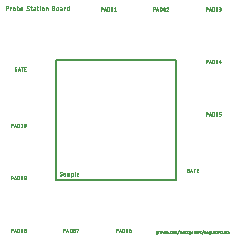
<source format=gto>
G04 EAGLE Gerber X2 export*
%TF.Part,Single*%
%TF.FileFunction,Other,Top Silkscreen*%
%TF.FilePolarity,Positive*%
%TF.GenerationSoftware,Autodesk,EAGLE,9.1.0*%
%TF.CreationDate,2018-07-18T05:01:02Z*%
G75*
%MOMM*%
%FSLAX34Y34*%
%LPD*%
%AMOC8*
5,1,8,0,0,1.08239X$1,22.5*%
G01*
%ADD10C,0.152400*%
%ADD11C,0.025400*%


D10*
X50800Y50800D02*
X50800Y152400D01*
X152400Y152400D01*
X152400Y50800D01*
X50800Y50800D01*
D11*
X55203Y54102D02*
X55255Y54104D01*
X55307Y54109D01*
X55359Y54119D01*
X55410Y54132D01*
X55460Y54148D01*
X55508Y54168D01*
X55555Y54192D01*
X55600Y54219D01*
X55643Y54248D01*
X55684Y54281D01*
X55722Y54317D01*
X55758Y54355D01*
X55791Y54396D01*
X55820Y54439D01*
X55847Y54484D01*
X55871Y54531D01*
X55891Y54579D01*
X55907Y54629D01*
X55920Y54680D01*
X55930Y54732D01*
X55935Y54784D01*
X55937Y54836D01*
X55203Y54102D02*
X55127Y54104D01*
X55050Y54110D01*
X54974Y54119D01*
X54899Y54132D01*
X54824Y54149D01*
X54751Y54169D01*
X54678Y54194D01*
X54607Y54221D01*
X54537Y54252D01*
X54469Y54287D01*
X54402Y54325D01*
X54338Y54366D01*
X54275Y54410D01*
X54215Y54457D01*
X54158Y54508D01*
X54102Y54561D01*
X54193Y56670D02*
X54195Y56722D01*
X54200Y56774D01*
X54210Y56826D01*
X54223Y56877D01*
X54239Y56927D01*
X54259Y56975D01*
X54283Y57022D01*
X54310Y57067D01*
X54339Y57110D01*
X54372Y57151D01*
X54408Y57189D01*
X54446Y57225D01*
X54487Y57258D01*
X54530Y57287D01*
X54575Y57314D01*
X54622Y57338D01*
X54671Y57358D01*
X54720Y57374D01*
X54771Y57387D01*
X54823Y57397D01*
X54875Y57402D01*
X54927Y57404D01*
X55001Y57402D01*
X55074Y57396D01*
X55147Y57386D01*
X55220Y57372D01*
X55292Y57355D01*
X55362Y57333D01*
X55431Y57308D01*
X55499Y57279D01*
X55566Y57247D01*
X55630Y57211D01*
X55692Y57171D01*
X55753Y57129D01*
X54561Y56028D02*
X54517Y56056D01*
X54476Y56087D01*
X54437Y56120D01*
X54400Y56156D01*
X54365Y56195D01*
X54334Y56235D01*
X54305Y56278D01*
X54280Y56323D01*
X54257Y56369D01*
X54238Y56417D01*
X54222Y56466D01*
X54210Y56516D01*
X54201Y56567D01*
X54196Y56618D01*
X54194Y56670D01*
X55569Y55478D02*
X55613Y55450D01*
X55654Y55420D01*
X55693Y55386D01*
X55730Y55350D01*
X55765Y55311D01*
X55796Y55271D01*
X55825Y55228D01*
X55850Y55183D01*
X55873Y55137D01*
X55892Y55089D01*
X55908Y55040D01*
X55920Y54990D01*
X55929Y54939D01*
X55934Y54888D01*
X55936Y54836D01*
X55570Y55478D02*
X54561Y56028D01*
X57792Y55386D02*
X58618Y55386D01*
X57792Y55386D02*
X57743Y55384D01*
X57694Y55378D01*
X57646Y55369D01*
X57598Y55356D01*
X57552Y55339D01*
X57507Y55319D01*
X57464Y55296D01*
X57423Y55269D01*
X57384Y55239D01*
X57347Y55207D01*
X57313Y55171D01*
X57281Y55133D01*
X57253Y55093D01*
X57228Y55051D01*
X57206Y55007D01*
X57188Y54961D01*
X57173Y54914D01*
X57162Y54866D01*
X57154Y54818D01*
X57150Y54769D01*
X57150Y54719D01*
X57154Y54670D01*
X57162Y54622D01*
X57173Y54574D01*
X57188Y54527D01*
X57206Y54481D01*
X57228Y54437D01*
X57253Y54395D01*
X57281Y54355D01*
X57313Y54317D01*
X57347Y54281D01*
X57384Y54249D01*
X57423Y54219D01*
X57464Y54192D01*
X57507Y54169D01*
X57552Y54149D01*
X57598Y54132D01*
X57646Y54119D01*
X57694Y54110D01*
X57743Y54104D01*
X57792Y54102D01*
X58618Y54102D01*
X58618Y55753D01*
X58617Y55753D02*
X58615Y55798D01*
X58609Y55844D01*
X58600Y55888D01*
X58587Y55932D01*
X58571Y55974D01*
X58551Y56015D01*
X58527Y56054D01*
X58501Y56091D01*
X58472Y56126D01*
X58440Y56158D01*
X58405Y56187D01*
X58368Y56213D01*
X58329Y56237D01*
X58288Y56257D01*
X58246Y56273D01*
X58202Y56286D01*
X58158Y56295D01*
X58112Y56301D01*
X58067Y56303D01*
X57334Y56303D01*
X60213Y56303D02*
X60213Y54102D01*
X60213Y56303D02*
X61864Y56303D01*
X61909Y56301D01*
X61955Y56295D01*
X61999Y56286D01*
X62043Y56273D01*
X62085Y56257D01*
X62126Y56237D01*
X62165Y56213D01*
X62202Y56187D01*
X62237Y56158D01*
X62269Y56126D01*
X62298Y56091D01*
X62324Y56054D01*
X62348Y56015D01*
X62368Y55974D01*
X62384Y55932D01*
X62397Y55888D01*
X62406Y55844D01*
X62412Y55798D01*
X62414Y55753D01*
X62414Y54102D01*
X61313Y54102D02*
X61313Y56303D01*
X64009Y56303D02*
X64009Y53001D01*
X64009Y56303D02*
X64926Y56303D01*
X64971Y56301D01*
X65017Y56295D01*
X65061Y56286D01*
X65105Y56273D01*
X65147Y56257D01*
X65188Y56237D01*
X65227Y56213D01*
X65264Y56187D01*
X65299Y56158D01*
X65331Y56126D01*
X65360Y56091D01*
X65386Y56054D01*
X65410Y56015D01*
X65430Y55974D01*
X65446Y55932D01*
X65459Y55888D01*
X65468Y55844D01*
X65474Y55798D01*
X65476Y55753D01*
X65476Y54652D01*
X65474Y54607D01*
X65468Y54561D01*
X65459Y54517D01*
X65446Y54473D01*
X65430Y54431D01*
X65410Y54390D01*
X65386Y54351D01*
X65360Y54314D01*
X65331Y54279D01*
X65299Y54247D01*
X65264Y54218D01*
X65227Y54192D01*
X65188Y54168D01*
X65147Y54148D01*
X65105Y54132D01*
X65061Y54119D01*
X65017Y54110D01*
X64971Y54104D01*
X64926Y54102D01*
X64009Y54102D01*
X66812Y54652D02*
X66812Y57404D01*
X66813Y54652D02*
X66815Y54607D01*
X66821Y54561D01*
X66830Y54517D01*
X66843Y54473D01*
X66859Y54431D01*
X66879Y54390D01*
X66903Y54351D01*
X66929Y54314D01*
X66958Y54279D01*
X66990Y54247D01*
X67025Y54218D01*
X67062Y54192D01*
X67101Y54168D01*
X67142Y54148D01*
X67184Y54132D01*
X67228Y54119D01*
X67272Y54110D01*
X67318Y54104D01*
X67363Y54102D01*
X69024Y54102D02*
X69941Y54102D01*
X69024Y54102D02*
X68979Y54104D01*
X68933Y54110D01*
X68889Y54119D01*
X68845Y54132D01*
X68803Y54148D01*
X68762Y54168D01*
X68723Y54192D01*
X68686Y54218D01*
X68651Y54247D01*
X68619Y54279D01*
X68590Y54314D01*
X68564Y54351D01*
X68540Y54390D01*
X68520Y54431D01*
X68504Y54473D01*
X68491Y54517D01*
X68482Y54561D01*
X68476Y54607D01*
X68474Y54652D01*
X68474Y55570D01*
X68473Y55570D02*
X68475Y55622D01*
X68480Y55674D01*
X68490Y55726D01*
X68503Y55777D01*
X68519Y55827D01*
X68539Y55875D01*
X68563Y55922D01*
X68590Y55967D01*
X68619Y56010D01*
X68652Y56051D01*
X68688Y56089D01*
X68726Y56125D01*
X68767Y56158D01*
X68810Y56187D01*
X68855Y56214D01*
X68902Y56238D01*
X68950Y56258D01*
X69000Y56274D01*
X69051Y56287D01*
X69103Y56297D01*
X69155Y56302D01*
X69207Y56304D01*
X69259Y56302D01*
X69311Y56297D01*
X69363Y56287D01*
X69414Y56274D01*
X69464Y56258D01*
X69512Y56238D01*
X69559Y56214D01*
X69604Y56187D01*
X69647Y56158D01*
X69688Y56125D01*
X69726Y56089D01*
X69762Y56051D01*
X69795Y56010D01*
X69824Y55967D01*
X69851Y55922D01*
X69875Y55875D01*
X69895Y55827D01*
X69911Y55777D01*
X69924Y55726D01*
X69934Y55674D01*
X69939Y55622D01*
X69941Y55570D01*
X69941Y55203D01*
X68474Y55203D01*
X17554Y144554D02*
X17089Y144554D01*
X17554Y144554D02*
X17554Y143002D01*
X16623Y143002D01*
X16574Y143004D01*
X16526Y143010D01*
X16478Y143019D01*
X16431Y143032D01*
X16385Y143049D01*
X16341Y143070D01*
X16299Y143094D01*
X16258Y143121D01*
X16220Y143151D01*
X16184Y143184D01*
X16151Y143220D01*
X16121Y143258D01*
X16094Y143299D01*
X16070Y143341D01*
X16049Y143385D01*
X16032Y143431D01*
X16019Y143478D01*
X16010Y143526D01*
X16004Y143574D01*
X16002Y143623D01*
X16002Y145175D01*
X16004Y145224D01*
X16010Y145272D01*
X16019Y145320D01*
X16032Y145367D01*
X16049Y145413D01*
X16070Y145457D01*
X16094Y145499D01*
X16121Y145540D01*
X16151Y145578D01*
X16184Y145614D01*
X16220Y145647D01*
X16258Y145677D01*
X16299Y145704D01*
X16341Y145728D01*
X16385Y145749D01*
X16431Y145766D01*
X16478Y145779D01*
X16526Y145788D01*
X16574Y145794D01*
X16623Y145796D01*
X17554Y145796D01*
X19613Y145796D02*
X18681Y143002D01*
X20544Y143002D02*
X19613Y145796D01*
X20311Y143701D02*
X18914Y143701D01*
X22173Y143002D02*
X22173Y145796D01*
X21397Y145796D02*
X22949Y145796D01*
X24054Y143002D02*
X25296Y143002D01*
X24054Y143002D02*
X24054Y145796D01*
X25296Y145796D01*
X24986Y144554D02*
X24054Y144554D01*
X163139Y58829D02*
X163604Y58829D01*
X163604Y57277D01*
X162673Y57277D01*
X162624Y57279D01*
X162576Y57285D01*
X162528Y57294D01*
X162481Y57307D01*
X162435Y57324D01*
X162391Y57345D01*
X162349Y57369D01*
X162308Y57396D01*
X162270Y57426D01*
X162234Y57459D01*
X162201Y57495D01*
X162171Y57533D01*
X162144Y57574D01*
X162120Y57616D01*
X162099Y57660D01*
X162082Y57706D01*
X162069Y57753D01*
X162060Y57801D01*
X162054Y57849D01*
X162052Y57898D01*
X162052Y59450D01*
X162054Y59499D01*
X162060Y59547D01*
X162069Y59595D01*
X162082Y59642D01*
X162099Y59688D01*
X162120Y59732D01*
X162144Y59774D01*
X162171Y59815D01*
X162201Y59853D01*
X162234Y59889D01*
X162270Y59922D01*
X162308Y59952D01*
X162349Y59979D01*
X162391Y60003D01*
X162435Y60024D01*
X162481Y60041D01*
X162528Y60054D01*
X162576Y60063D01*
X162624Y60069D01*
X162673Y60071D01*
X163604Y60071D01*
X165663Y60071D02*
X164731Y57277D01*
X166594Y57277D02*
X165663Y60071D01*
X166361Y57976D02*
X164964Y57976D01*
X168223Y57277D02*
X168223Y60071D01*
X167447Y60071D02*
X168999Y60071D01*
X170104Y57277D02*
X171346Y57277D01*
X170104Y57277D02*
X170104Y60071D01*
X171346Y60071D01*
X171036Y58829D02*
X170104Y58829D01*
X89027Y193802D02*
X89027Y196596D01*
X89803Y196596D01*
X89858Y196594D01*
X89913Y196588D01*
X89968Y196578D01*
X90022Y196565D01*
X90074Y196547D01*
X90125Y196526D01*
X90175Y196501D01*
X90223Y196473D01*
X90268Y196441D01*
X90311Y196406D01*
X90352Y196369D01*
X90389Y196328D01*
X90424Y196285D01*
X90456Y196240D01*
X90484Y196192D01*
X90509Y196142D01*
X90530Y196091D01*
X90548Y196039D01*
X90561Y195985D01*
X90571Y195930D01*
X90577Y195875D01*
X90579Y195820D01*
X90577Y195765D01*
X90571Y195710D01*
X90561Y195655D01*
X90548Y195601D01*
X90530Y195549D01*
X90509Y195498D01*
X90484Y195448D01*
X90456Y195400D01*
X90424Y195355D01*
X90389Y195312D01*
X90352Y195271D01*
X90311Y195234D01*
X90268Y195199D01*
X90223Y195167D01*
X90175Y195139D01*
X90125Y195114D01*
X90074Y195093D01*
X90022Y195075D01*
X89968Y195062D01*
X89913Y195052D01*
X89858Y195046D01*
X89803Y195044D01*
X89027Y195044D01*
X91482Y193802D02*
X92413Y196596D01*
X93345Y193802D01*
X93112Y194501D02*
X91715Y194501D01*
X94472Y193802D02*
X94472Y196596D01*
X95248Y196596D01*
X95303Y196594D01*
X95358Y196588D01*
X95413Y196578D01*
X95467Y196565D01*
X95519Y196547D01*
X95570Y196526D01*
X95620Y196501D01*
X95668Y196473D01*
X95713Y196441D01*
X95756Y196406D01*
X95797Y196369D01*
X95834Y196328D01*
X95869Y196285D01*
X95901Y196240D01*
X95929Y196192D01*
X95954Y196142D01*
X95975Y196091D01*
X95993Y196039D01*
X96006Y195985D01*
X96016Y195930D01*
X96022Y195875D01*
X96024Y195820D01*
X96024Y194578D01*
X96022Y194525D01*
X96017Y194472D01*
X96008Y194420D01*
X95995Y194369D01*
X95979Y194318D01*
X95960Y194269D01*
X95937Y194221D01*
X95911Y194175D01*
X95882Y194130D01*
X95850Y194088D01*
X95815Y194048D01*
X95778Y194011D01*
X95738Y193976D01*
X95695Y193944D01*
X95651Y193915D01*
X95605Y193889D01*
X95557Y193866D01*
X95508Y193847D01*
X95457Y193831D01*
X95406Y193818D01*
X95354Y193809D01*
X95301Y193804D01*
X95248Y193802D01*
X94472Y193802D01*
X97306Y195199D02*
X97308Y195294D01*
X97314Y195389D01*
X97324Y195483D01*
X97337Y195577D01*
X97355Y195670D01*
X97376Y195763D01*
X97401Y195855D01*
X97430Y195945D01*
X97463Y196034D01*
X97499Y196122D01*
X97539Y196208D01*
X97540Y196208D02*
X97556Y196250D01*
X97575Y196290D01*
X97598Y196328D01*
X97623Y196365D01*
X97651Y196400D01*
X97681Y196432D01*
X97714Y196462D01*
X97749Y196489D01*
X97787Y196514D01*
X97826Y196535D01*
X97866Y196553D01*
X97908Y196569D01*
X97951Y196581D01*
X97994Y196589D01*
X98039Y196594D01*
X98083Y196596D01*
X98127Y196594D01*
X98172Y196589D01*
X98215Y196581D01*
X98258Y196569D01*
X98300Y196553D01*
X98340Y196535D01*
X98379Y196514D01*
X98417Y196489D01*
X98452Y196462D01*
X98485Y196432D01*
X98515Y196400D01*
X98543Y196365D01*
X98568Y196328D01*
X98591Y196290D01*
X98610Y196250D01*
X98626Y196208D01*
X98625Y196208D02*
X98665Y196122D01*
X98701Y196034D01*
X98734Y195945D01*
X98763Y195854D01*
X98788Y195763D01*
X98809Y195670D01*
X98827Y195577D01*
X98840Y195483D01*
X98850Y195389D01*
X98856Y195294D01*
X98858Y195199D01*
X97306Y195199D02*
X97308Y195104D01*
X97314Y195009D01*
X97324Y194915D01*
X97337Y194821D01*
X97355Y194728D01*
X97376Y194635D01*
X97401Y194544D01*
X97430Y194453D01*
X97463Y194364D01*
X97499Y194276D01*
X97539Y194190D01*
X97540Y194190D02*
X97556Y194148D01*
X97575Y194108D01*
X97598Y194070D01*
X97623Y194033D01*
X97651Y193998D01*
X97681Y193966D01*
X97714Y193936D01*
X97749Y193909D01*
X97787Y193884D01*
X97826Y193863D01*
X97866Y193845D01*
X97908Y193829D01*
X97951Y193817D01*
X97994Y193809D01*
X98039Y193804D01*
X98083Y193802D01*
X98626Y194190D02*
X98666Y194276D01*
X98702Y194364D01*
X98735Y194453D01*
X98764Y194543D01*
X98789Y194635D01*
X98810Y194728D01*
X98828Y194821D01*
X98841Y194915D01*
X98851Y195009D01*
X98857Y195104D01*
X98859Y195199D01*
X98626Y194190D02*
X98610Y194148D01*
X98591Y194108D01*
X98568Y194070D01*
X98543Y194033D01*
X98515Y193998D01*
X98485Y193966D01*
X98452Y193936D01*
X98417Y193909D01*
X98379Y193884D01*
X98340Y193863D01*
X98300Y193845D01*
X98258Y193829D01*
X98215Y193817D01*
X98172Y193809D01*
X98127Y193804D01*
X98083Y193802D01*
X97462Y194423D02*
X98704Y195975D01*
X100050Y195975D02*
X100826Y196596D01*
X100826Y193802D01*
X100050Y193802D02*
X101602Y193802D01*
X133477Y193802D02*
X133477Y196596D01*
X134253Y196596D01*
X134308Y196594D01*
X134363Y196588D01*
X134418Y196578D01*
X134472Y196565D01*
X134524Y196547D01*
X134575Y196526D01*
X134625Y196501D01*
X134673Y196473D01*
X134718Y196441D01*
X134761Y196406D01*
X134802Y196369D01*
X134839Y196328D01*
X134874Y196285D01*
X134906Y196240D01*
X134934Y196192D01*
X134959Y196142D01*
X134980Y196091D01*
X134998Y196039D01*
X135011Y195985D01*
X135021Y195930D01*
X135027Y195875D01*
X135029Y195820D01*
X135027Y195765D01*
X135021Y195710D01*
X135011Y195655D01*
X134998Y195601D01*
X134980Y195549D01*
X134959Y195498D01*
X134934Y195448D01*
X134906Y195400D01*
X134874Y195355D01*
X134839Y195312D01*
X134802Y195271D01*
X134761Y195234D01*
X134718Y195199D01*
X134673Y195167D01*
X134625Y195139D01*
X134575Y195114D01*
X134524Y195093D01*
X134472Y195075D01*
X134418Y195062D01*
X134363Y195052D01*
X134308Y195046D01*
X134253Y195044D01*
X133477Y195044D01*
X135932Y193802D02*
X136863Y196596D01*
X137795Y193802D01*
X137562Y194501D02*
X136165Y194501D01*
X138922Y193802D02*
X138922Y196596D01*
X139698Y196596D01*
X139753Y196594D01*
X139808Y196588D01*
X139863Y196578D01*
X139917Y196565D01*
X139969Y196547D01*
X140020Y196526D01*
X140070Y196501D01*
X140118Y196473D01*
X140163Y196441D01*
X140206Y196406D01*
X140247Y196369D01*
X140284Y196328D01*
X140319Y196285D01*
X140351Y196240D01*
X140379Y196192D01*
X140404Y196142D01*
X140425Y196091D01*
X140443Y196039D01*
X140456Y195985D01*
X140466Y195930D01*
X140472Y195875D01*
X140474Y195820D01*
X140474Y194578D01*
X140472Y194525D01*
X140467Y194472D01*
X140458Y194420D01*
X140445Y194369D01*
X140429Y194318D01*
X140410Y194269D01*
X140387Y194221D01*
X140361Y194175D01*
X140332Y194130D01*
X140300Y194088D01*
X140265Y194048D01*
X140228Y194011D01*
X140188Y193976D01*
X140145Y193944D01*
X140101Y193915D01*
X140055Y193889D01*
X140007Y193866D01*
X139958Y193847D01*
X139907Y193831D01*
X139856Y193818D01*
X139804Y193809D01*
X139751Y193804D01*
X139698Y193802D01*
X138922Y193802D01*
X141756Y195199D02*
X141758Y195294D01*
X141764Y195389D01*
X141774Y195483D01*
X141787Y195577D01*
X141805Y195670D01*
X141826Y195763D01*
X141851Y195855D01*
X141880Y195945D01*
X141913Y196034D01*
X141949Y196122D01*
X141989Y196208D01*
X141990Y196208D02*
X142006Y196250D01*
X142025Y196290D01*
X142048Y196328D01*
X142073Y196365D01*
X142101Y196400D01*
X142131Y196432D01*
X142164Y196462D01*
X142199Y196489D01*
X142237Y196514D01*
X142276Y196535D01*
X142316Y196553D01*
X142358Y196569D01*
X142401Y196581D01*
X142444Y196589D01*
X142489Y196594D01*
X142533Y196596D01*
X142577Y196594D01*
X142622Y196589D01*
X142665Y196581D01*
X142708Y196569D01*
X142750Y196553D01*
X142790Y196535D01*
X142829Y196514D01*
X142867Y196489D01*
X142902Y196462D01*
X142935Y196432D01*
X142965Y196400D01*
X142993Y196365D01*
X143018Y196328D01*
X143041Y196290D01*
X143060Y196250D01*
X143076Y196208D01*
X143075Y196208D02*
X143115Y196122D01*
X143151Y196034D01*
X143184Y195945D01*
X143213Y195854D01*
X143238Y195763D01*
X143259Y195670D01*
X143277Y195577D01*
X143290Y195483D01*
X143300Y195389D01*
X143306Y195294D01*
X143308Y195199D01*
X141756Y195199D02*
X141758Y195104D01*
X141764Y195009D01*
X141774Y194915D01*
X141787Y194821D01*
X141805Y194728D01*
X141826Y194635D01*
X141851Y194544D01*
X141880Y194453D01*
X141913Y194364D01*
X141949Y194276D01*
X141989Y194190D01*
X141990Y194190D02*
X142006Y194148D01*
X142025Y194108D01*
X142048Y194070D01*
X142073Y194033D01*
X142101Y193998D01*
X142131Y193966D01*
X142164Y193936D01*
X142199Y193909D01*
X142237Y193884D01*
X142276Y193863D01*
X142316Y193845D01*
X142358Y193829D01*
X142401Y193817D01*
X142444Y193809D01*
X142489Y193804D01*
X142533Y193802D01*
X143076Y194190D02*
X143116Y194276D01*
X143152Y194364D01*
X143185Y194453D01*
X143214Y194543D01*
X143239Y194635D01*
X143260Y194728D01*
X143278Y194821D01*
X143291Y194915D01*
X143301Y195009D01*
X143307Y195104D01*
X143309Y195199D01*
X143076Y194190D02*
X143060Y194148D01*
X143041Y194108D01*
X143018Y194070D01*
X142993Y194033D01*
X142965Y193998D01*
X142935Y193966D01*
X142902Y193936D01*
X142867Y193909D01*
X142829Y193884D01*
X142790Y193863D01*
X142750Y193845D01*
X142708Y193829D01*
X142665Y193817D01*
X142622Y193809D01*
X142577Y193804D01*
X142533Y193802D01*
X141912Y194423D02*
X143154Y195975D01*
X145353Y196597D02*
X145403Y196595D01*
X145452Y196590D01*
X145502Y196581D01*
X145550Y196569D01*
X145597Y196553D01*
X145643Y196534D01*
X145688Y196511D01*
X145731Y196486D01*
X145772Y196458D01*
X145811Y196426D01*
X145847Y196392D01*
X145881Y196356D01*
X145913Y196317D01*
X145941Y196276D01*
X145966Y196233D01*
X145989Y196188D01*
X146008Y196142D01*
X146024Y196095D01*
X146036Y196047D01*
X146045Y195997D01*
X146050Y195948D01*
X146052Y195898D01*
X145353Y196596D02*
X145297Y196594D01*
X145240Y196589D01*
X145185Y196580D01*
X145130Y196568D01*
X145076Y196552D01*
X145023Y196533D01*
X144971Y196511D01*
X144921Y196485D01*
X144872Y196456D01*
X144825Y196424D01*
X144781Y196390D01*
X144739Y196353D01*
X144699Y196313D01*
X144661Y196270D01*
X144627Y196226D01*
X144595Y196179D01*
X144567Y196131D01*
X144541Y196080D01*
X144519Y196028D01*
X144500Y195975D01*
X145819Y195355D02*
X145855Y195391D01*
X145888Y195429D01*
X145918Y195470D01*
X145945Y195513D01*
X145970Y195557D01*
X145991Y195603D01*
X146010Y195650D01*
X146025Y195698D01*
X146037Y195747D01*
X146045Y195797D01*
X146050Y195847D01*
X146052Y195898D01*
X145819Y195354D02*
X144500Y193802D01*
X146052Y193802D01*
X177927Y193802D02*
X177927Y196596D01*
X178703Y196596D01*
X178758Y196594D01*
X178813Y196588D01*
X178868Y196578D01*
X178922Y196565D01*
X178974Y196547D01*
X179025Y196526D01*
X179075Y196501D01*
X179123Y196473D01*
X179168Y196441D01*
X179211Y196406D01*
X179252Y196369D01*
X179289Y196328D01*
X179324Y196285D01*
X179356Y196240D01*
X179384Y196192D01*
X179409Y196142D01*
X179430Y196091D01*
X179448Y196039D01*
X179461Y195985D01*
X179471Y195930D01*
X179477Y195875D01*
X179479Y195820D01*
X179477Y195765D01*
X179471Y195710D01*
X179461Y195655D01*
X179448Y195601D01*
X179430Y195549D01*
X179409Y195498D01*
X179384Y195448D01*
X179356Y195400D01*
X179324Y195355D01*
X179289Y195312D01*
X179252Y195271D01*
X179211Y195234D01*
X179168Y195199D01*
X179123Y195167D01*
X179075Y195139D01*
X179025Y195114D01*
X178974Y195093D01*
X178922Y195075D01*
X178868Y195062D01*
X178813Y195052D01*
X178758Y195046D01*
X178703Y195044D01*
X177927Y195044D01*
X180382Y193802D02*
X181313Y196596D01*
X182245Y193802D01*
X182012Y194501D02*
X180615Y194501D01*
X183372Y193802D02*
X183372Y196596D01*
X184148Y196596D01*
X184203Y196594D01*
X184258Y196588D01*
X184313Y196578D01*
X184367Y196565D01*
X184419Y196547D01*
X184470Y196526D01*
X184520Y196501D01*
X184568Y196473D01*
X184613Y196441D01*
X184656Y196406D01*
X184697Y196369D01*
X184734Y196328D01*
X184769Y196285D01*
X184801Y196240D01*
X184829Y196192D01*
X184854Y196142D01*
X184875Y196091D01*
X184893Y196039D01*
X184906Y195985D01*
X184916Y195930D01*
X184922Y195875D01*
X184924Y195820D01*
X184924Y194578D01*
X184922Y194525D01*
X184917Y194472D01*
X184908Y194420D01*
X184895Y194369D01*
X184879Y194318D01*
X184860Y194269D01*
X184837Y194221D01*
X184811Y194175D01*
X184782Y194130D01*
X184750Y194088D01*
X184715Y194048D01*
X184678Y194011D01*
X184638Y193976D01*
X184595Y193944D01*
X184551Y193915D01*
X184505Y193889D01*
X184457Y193866D01*
X184408Y193847D01*
X184357Y193831D01*
X184306Y193818D01*
X184254Y193809D01*
X184201Y193804D01*
X184148Y193802D01*
X183372Y193802D01*
X186206Y195199D02*
X186208Y195294D01*
X186214Y195389D01*
X186224Y195483D01*
X186237Y195577D01*
X186255Y195670D01*
X186276Y195763D01*
X186301Y195855D01*
X186330Y195945D01*
X186363Y196034D01*
X186399Y196122D01*
X186439Y196208D01*
X186440Y196208D02*
X186456Y196250D01*
X186475Y196290D01*
X186498Y196328D01*
X186523Y196365D01*
X186551Y196400D01*
X186581Y196432D01*
X186614Y196462D01*
X186649Y196489D01*
X186687Y196514D01*
X186726Y196535D01*
X186766Y196553D01*
X186808Y196569D01*
X186851Y196581D01*
X186894Y196589D01*
X186939Y196594D01*
X186983Y196596D01*
X187027Y196594D01*
X187072Y196589D01*
X187115Y196581D01*
X187158Y196569D01*
X187200Y196553D01*
X187240Y196535D01*
X187279Y196514D01*
X187317Y196489D01*
X187352Y196462D01*
X187385Y196432D01*
X187415Y196400D01*
X187443Y196365D01*
X187468Y196328D01*
X187491Y196290D01*
X187510Y196250D01*
X187526Y196208D01*
X187525Y196208D02*
X187565Y196122D01*
X187601Y196034D01*
X187634Y195945D01*
X187663Y195854D01*
X187688Y195763D01*
X187709Y195670D01*
X187727Y195577D01*
X187740Y195483D01*
X187750Y195389D01*
X187756Y195294D01*
X187758Y195199D01*
X186206Y195199D02*
X186208Y195104D01*
X186214Y195009D01*
X186224Y194915D01*
X186237Y194821D01*
X186255Y194728D01*
X186276Y194635D01*
X186301Y194544D01*
X186330Y194453D01*
X186363Y194364D01*
X186399Y194276D01*
X186439Y194190D01*
X186440Y194190D02*
X186456Y194148D01*
X186475Y194108D01*
X186498Y194070D01*
X186523Y194033D01*
X186551Y193998D01*
X186581Y193966D01*
X186614Y193936D01*
X186649Y193909D01*
X186687Y193884D01*
X186726Y193863D01*
X186766Y193845D01*
X186808Y193829D01*
X186851Y193817D01*
X186894Y193809D01*
X186939Y193804D01*
X186983Y193802D01*
X187526Y194190D02*
X187566Y194276D01*
X187602Y194364D01*
X187635Y194453D01*
X187664Y194543D01*
X187689Y194635D01*
X187710Y194728D01*
X187728Y194821D01*
X187741Y194915D01*
X187751Y195009D01*
X187757Y195104D01*
X187759Y195199D01*
X187526Y194190D02*
X187510Y194148D01*
X187491Y194108D01*
X187468Y194070D01*
X187443Y194033D01*
X187415Y193998D01*
X187385Y193966D01*
X187352Y193936D01*
X187317Y193909D01*
X187279Y193884D01*
X187240Y193863D01*
X187200Y193845D01*
X187158Y193829D01*
X187115Y193817D01*
X187072Y193809D01*
X187027Y193804D01*
X186983Y193802D01*
X186362Y194423D02*
X187604Y195975D01*
X188950Y193802D02*
X189726Y193802D01*
X189781Y193804D01*
X189836Y193810D01*
X189891Y193820D01*
X189945Y193833D01*
X189997Y193851D01*
X190048Y193872D01*
X190098Y193897D01*
X190146Y193925D01*
X190191Y193957D01*
X190234Y193992D01*
X190275Y194029D01*
X190312Y194070D01*
X190347Y194113D01*
X190379Y194158D01*
X190407Y194206D01*
X190432Y194256D01*
X190453Y194307D01*
X190471Y194359D01*
X190484Y194413D01*
X190494Y194468D01*
X190500Y194523D01*
X190502Y194578D01*
X190500Y194633D01*
X190494Y194688D01*
X190484Y194743D01*
X190471Y194797D01*
X190453Y194849D01*
X190432Y194900D01*
X190407Y194950D01*
X190379Y194998D01*
X190347Y195043D01*
X190312Y195086D01*
X190275Y195127D01*
X190234Y195164D01*
X190191Y195199D01*
X190146Y195231D01*
X190098Y195259D01*
X190048Y195284D01*
X189997Y195305D01*
X189945Y195323D01*
X189891Y195336D01*
X189836Y195346D01*
X189781Y195352D01*
X189726Y195354D01*
X189881Y196596D02*
X188950Y196596D01*
X189881Y196596D02*
X189930Y196594D01*
X189978Y196588D01*
X190026Y196579D01*
X190073Y196566D01*
X190119Y196549D01*
X190163Y196528D01*
X190205Y196504D01*
X190246Y196477D01*
X190284Y196447D01*
X190320Y196414D01*
X190353Y196378D01*
X190383Y196340D01*
X190410Y196299D01*
X190434Y196257D01*
X190455Y196213D01*
X190472Y196167D01*
X190485Y196120D01*
X190494Y196072D01*
X190500Y196024D01*
X190502Y195975D01*
X190500Y195926D01*
X190494Y195878D01*
X190485Y195830D01*
X190472Y195783D01*
X190455Y195737D01*
X190434Y195693D01*
X190410Y195651D01*
X190383Y195610D01*
X190353Y195572D01*
X190320Y195536D01*
X190284Y195503D01*
X190246Y195473D01*
X190205Y195446D01*
X190163Y195422D01*
X190119Y195401D01*
X190073Y195384D01*
X190026Y195371D01*
X189978Y195362D01*
X189930Y195356D01*
X189881Y195354D01*
X189260Y195354D01*
X177927Y152146D02*
X177927Y149352D01*
X177927Y152146D02*
X178703Y152146D01*
X178758Y152144D01*
X178813Y152138D01*
X178868Y152128D01*
X178922Y152115D01*
X178974Y152097D01*
X179025Y152076D01*
X179075Y152051D01*
X179123Y152023D01*
X179168Y151991D01*
X179211Y151956D01*
X179252Y151919D01*
X179289Y151878D01*
X179324Y151835D01*
X179356Y151790D01*
X179384Y151742D01*
X179409Y151692D01*
X179430Y151641D01*
X179448Y151589D01*
X179461Y151535D01*
X179471Y151480D01*
X179477Y151425D01*
X179479Y151370D01*
X179477Y151315D01*
X179471Y151260D01*
X179461Y151205D01*
X179448Y151151D01*
X179430Y151099D01*
X179409Y151048D01*
X179384Y150998D01*
X179356Y150950D01*
X179324Y150905D01*
X179289Y150862D01*
X179252Y150821D01*
X179211Y150784D01*
X179168Y150749D01*
X179123Y150717D01*
X179075Y150689D01*
X179025Y150664D01*
X178974Y150643D01*
X178922Y150625D01*
X178868Y150612D01*
X178813Y150602D01*
X178758Y150596D01*
X178703Y150594D01*
X177927Y150594D01*
X180382Y149352D02*
X181313Y152146D01*
X182245Y149352D01*
X182012Y150051D02*
X180615Y150051D01*
X183372Y149352D02*
X183372Y152146D01*
X184148Y152146D01*
X184203Y152144D01*
X184258Y152138D01*
X184313Y152128D01*
X184367Y152115D01*
X184419Y152097D01*
X184470Y152076D01*
X184520Y152051D01*
X184568Y152023D01*
X184613Y151991D01*
X184656Y151956D01*
X184697Y151919D01*
X184734Y151878D01*
X184769Y151835D01*
X184801Y151790D01*
X184829Y151742D01*
X184854Y151692D01*
X184875Y151641D01*
X184893Y151589D01*
X184906Y151535D01*
X184916Y151480D01*
X184922Y151425D01*
X184924Y151370D01*
X184924Y150128D01*
X184922Y150075D01*
X184917Y150022D01*
X184908Y149970D01*
X184895Y149919D01*
X184879Y149868D01*
X184860Y149819D01*
X184837Y149771D01*
X184811Y149725D01*
X184782Y149680D01*
X184750Y149638D01*
X184715Y149598D01*
X184678Y149561D01*
X184638Y149526D01*
X184595Y149494D01*
X184551Y149465D01*
X184505Y149439D01*
X184457Y149416D01*
X184408Y149397D01*
X184357Y149381D01*
X184306Y149368D01*
X184254Y149359D01*
X184201Y149354D01*
X184148Y149352D01*
X183372Y149352D01*
X186206Y150749D02*
X186208Y150844D01*
X186214Y150939D01*
X186224Y151033D01*
X186237Y151127D01*
X186255Y151220D01*
X186276Y151313D01*
X186301Y151405D01*
X186330Y151495D01*
X186363Y151584D01*
X186399Y151672D01*
X186439Y151758D01*
X186440Y151758D02*
X186456Y151800D01*
X186475Y151840D01*
X186498Y151878D01*
X186523Y151915D01*
X186551Y151950D01*
X186581Y151982D01*
X186614Y152012D01*
X186649Y152039D01*
X186687Y152064D01*
X186726Y152085D01*
X186766Y152103D01*
X186808Y152119D01*
X186851Y152131D01*
X186894Y152139D01*
X186939Y152144D01*
X186983Y152146D01*
X187027Y152144D01*
X187072Y152139D01*
X187115Y152131D01*
X187158Y152119D01*
X187200Y152103D01*
X187240Y152085D01*
X187279Y152064D01*
X187317Y152039D01*
X187352Y152012D01*
X187385Y151982D01*
X187415Y151950D01*
X187443Y151915D01*
X187468Y151878D01*
X187491Y151840D01*
X187510Y151800D01*
X187526Y151758D01*
X187525Y151758D02*
X187565Y151672D01*
X187601Y151584D01*
X187634Y151495D01*
X187663Y151404D01*
X187688Y151313D01*
X187709Y151220D01*
X187727Y151127D01*
X187740Y151033D01*
X187750Y150939D01*
X187756Y150844D01*
X187758Y150749D01*
X186206Y150749D02*
X186208Y150654D01*
X186214Y150559D01*
X186224Y150465D01*
X186237Y150371D01*
X186255Y150278D01*
X186276Y150185D01*
X186301Y150094D01*
X186330Y150003D01*
X186363Y149914D01*
X186399Y149826D01*
X186439Y149740D01*
X186440Y149740D02*
X186456Y149698D01*
X186475Y149658D01*
X186498Y149620D01*
X186523Y149583D01*
X186551Y149548D01*
X186581Y149516D01*
X186614Y149486D01*
X186649Y149459D01*
X186687Y149434D01*
X186726Y149413D01*
X186766Y149395D01*
X186808Y149379D01*
X186851Y149367D01*
X186894Y149359D01*
X186939Y149354D01*
X186983Y149352D01*
X187526Y149740D02*
X187566Y149826D01*
X187602Y149914D01*
X187635Y150003D01*
X187664Y150093D01*
X187689Y150185D01*
X187710Y150278D01*
X187728Y150371D01*
X187741Y150465D01*
X187751Y150559D01*
X187757Y150654D01*
X187759Y150749D01*
X187526Y149740D02*
X187510Y149698D01*
X187491Y149658D01*
X187468Y149620D01*
X187443Y149583D01*
X187415Y149548D01*
X187385Y149516D01*
X187352Y149486D01*
X187317Y149459D01*
X187279Y149434D01*
X187240Y149413D01*
X187200Y149395D01*
X187158Y149379D01*
X187115Y149367D01*
X187072Y149359D01*
X187027Y149354D01*
X186983Y149352D01*
X186362Y149973D02*
X187604Y151525D01*
X188950Y149973D02*
X189571Y152146D01*
X188950Y149973D02*
X190502Y149973D01*
X190036Y150594D02*
X190036Y149352D01*
X101727Y9271D02*
X101727Y6477D01*
X101727Y9271D02*
X102503Y9271D01*
X102558Y9269D01*
X102613Y9263D01*
X102668Y9253D01*
X102722Y9240D01*
X102774Y9222D01*
X102825Y9201D01*
X102875Y9176D01*
X102923Y9148D01*
X102968Y9116D01*
X103011Y9081D01*
X103052Y9044D01*
X103089Y9003D01*
X103124Y8960D01*
X103156Y8915D01*
X103184Y8867D01*
X103209Y8817D01*
X103230Y8766D01*
X103248Y8714D01*
X103261Y8660D01*
X103271Y8605D01*
X103277Y8550D01*
X103279Y8495D01*
X103277Y8440D01*
X103271Y8385D01*
X103261Y8330D01*
X103248Y8276D01*
X103230Y8224D01*
X103209Y8173D01*
X103184Y8123D01*
X103156Y8075D01*
X103124Y8030D01*
X103089Y7987D01*
X103052Y7946D01*
X103011Y7909D01*
X102968Y7874D01*
X102923Y7842D01*
X102875Y7814D01*
X102825Y7789D01*
X102774Y7768D01*
X102722Y7750D01*
X102668Y7737D01*
X102613Y7727D01*
X102558Y7721D01*
X102503Y7719D01*
X101727Y7719D01*
X104182Y6477D02*
X105113Y9271D01*
X106045Y6477D01*
X105812Y7176D02*
X104415Y7176D01*
X107172Y6477D02*
X107172Y9271D01*
X107948Y9271D01*
X108003Y9269D01*
X108058Y9263D01*
X108113Y9253D01*
X108167Y9240D01*
X108219Y9222D01*
X108270Y9201D01*
X108320Y9176D01*
X108368Y9148D01*
X108413Y9116D01*
X108456Y9081D01*
X108497Y9044D01*
X108534Y9003D01*
X108569Y8960D01*
X108601Y8915D01*
X108629Y8867D01*
X108654Y8817D01*
X108675Y8766D01*
X108693Y8714D01*
X108706Y8660D01*
X108716Y8605D01*
X108722Y8550D01*
X108724Y8495D01*
X108724Y7253D01*
X108722Y7200D01*
X108717Y7147D01*
X108708Y7095D01*
X108695Y7044D01*
X108679Y6993D01*
X108660Y6944D01*
X108637Y6896D01*
X108611Y6850D01*
X108582Y6805D01*
X108550Y6763D01*
X108515Y6723D01*
X108478Y6686D01*
X108438Y6651D01*
X108395Y6619D01*
X108351Y6590D01*
X108305Y6564D01*
X108257Y6541D01*
X108208Y6522D01*
X108157Y6506D01*
X108106Y6493D01*
X108054Y6484D01*
X108001Y6479D01*
X107948Y6477D01*
X107172Y6477D01*
X110006Y7874D02*
X110008Y7969D01*
X110014Y8064D01*
X110024Y8158D01*
X110037Y8252D01*
X110055Y8345D01*
X110076Y8438D01*
X110101Y8530D01*
X110130Y8620D01*
X110163Y8709D01*
X110199Y8797D01*
X110239Y8883D01*
X110240Y8883D02*
X110256Y8925D01*
X110275Y8965D01*
X110298Y9003D01*
X110323Y9040D01*
X110351Y9075D01*
X110381Y9107D01*
X110414Y9137D01*
X110449Y9164D01*
X110487Y9189D01*
X110526Y9210D01*
X110566Y9228D01*
X110608Y9244D01*
X110651Y9256D01*
X110694Y9264D01*
X110739Y9269D01*
X110783Y9271D01*
X110827Y9269D01*
X110872Y9264D01*
X110915Y9256D01*
X110958Y9244D01*
X111000Y9228D01*
X111040Y9210D01*
X111079Y9189D01*
X111117Y9164D01*
X111152Y9137D01*
X111185Y9107D01*
X111215Y9075D01*
X111243Y9040D01*
X111268Y9003D01*
X111291Y8965D01*
X111310Y8925D01*
X111326Y8883D01*
X111325Y8883D02*
X111365Y8797D01*
X111401Y8709D01*
X111434Y8620D01*
X111463Y8529D01*
X111488Y8438D01*
X111509Y8345D01*
X111527Y8252D01*
X111540Y8158D01*
X111550Y8064D01*
X111556Y7969D01*
X111558Y7874D01*
X110006Y7874D02*
X110008Y7779D01*
X110014Y7684D01*
X110024Y7590D01*
X110037Y7496D01*
X110055Y7403D01*
X110076Y7310D01*
X110101Y7219D01*
X110130Y7128D01*
X110163Y7039D01*
X110199Y6951D01*
X110239Y6865D01*
X110240Y6865D02*
X110256Y6823D01*
X110275Y6783D01*
X110298Y6745D01*
X110323Y6708D01*
X110351Y6673D01*
X110381Y6641D01*
X110414Y6611D01*
X110449Y6584D01*
X110487Y6559D01*
X110526Y6538D01*
X110566Y6520D01*
X110608Y6504D01*
X110651Y6492D01*
X110694Y6484D01*
X110739Y6479D01*
X110783Y6477D01*
X111326Y6865D02*
X111366Y6951D01*
X111402Y7039D01*
X111435Y7128D01*
X111464Y7218D01*
X111489Y7310D01*
X111510Y7403D01*
X111528Y7496D01*
X111541Y7590D01*
X111551Y7684D01*
X111557Y7779D01*
X111559Y7874D01*
X111326Y6865D02*
X111310Y6823D01*
X111291Y6783D01*
X111268Y6745D01*
X111243Y6708D01*
X111215Y6673D01*
X111185Y6641D01*
X111152Y6611D01*
X111117Y6584D01*
X111079Y6559D01*
X111040Y6538D01*
X111000Y6520D01*
X110958Y6504D01*
X110915Y6492D01*
X110872Y6484D01*
X110827Y6479D01*
X110783Y6477D01*
X110162Y7098D02*
X111404Y8650D01*
X112750Y8029D02*
X113681Y8029D01*
X113730Y8027D01*
X113778Y8021D01*
X113826Y8012D01*
X113873Y7999D01*
X113919Y7982D01*
X113963Y7961D01*
X114005Y7937D01*
X114046Y7910D01*
X114084Y7880D01*
X114120Y7847D01*
X114153Y7811D01*
X114183Y7773D01*
X114210Y7732D01*
X114234Y7690D01*
X114255Y7646D01*
X114272Y7600D01*
X114285Y7553D01*
X114294Y7505D01*
X114300Y7457D01*
X114302Y7408D01*
X114302Y7253D01*
X114300Y7198D01*
X114294Y7143D01*
X114284Y7088D01*
X114271Y7034D01*
X114253Y6982D01*
X114232Y6931D01*
X114207Y6881D01*
X114179Y6833D01*
X114147Y6788D01*
X114112Y6745D01*
X114075Y6704D01*
X114034Y6667D01*
X113991Y6632D01*
X113946Y6600D01*
X113898Y6572D01*
X113848Y6547D01*
X113797Y6526D01*
X113745Y6508D01*
X113691Y6495D01*
X113636Y6485D01*
X113581Y6479D01*
X113526Y6477D01*
X113471Y6479D01*
X113416Y6485D01*
X113361Y6495D01*
X113307Y6508D01*
X113255Y6526D01*
X113204Y6547D01*
X113154Y6572D01*
X113106Y6600D01*
X113061Y6632D01*
X113018Y6667D01*
X112977Y6704D01*
X112940Y6745D01*
X112905Y6788D01*
X112873Y6833D01*
X112845Y6881D01*
X112820Y6931D01*
X112799Y6982D01*
X112781Y7034D01*
X112768Y7088D01*
X112758Y7143D01*
X112752Y7198D01*
X112750Y7253D01*
X112750Y8029D01*
X112752Y8099D01*
X112758Y8168D01*
X112768Y8237D01*
X112781Y8305D01*
X112799Y8373D01*
X112820Y8439D01*
X112845Y8504D01*
X112873Y8568D01*
X112905Y8630D01*
X112940Y8690D01*
X112979Y8748D01*
X113021Y8803D01*
X113066Y8857D01*
X113114Y8907D01*
X113164Y8955D01*
X113218Y9000D01*
X113273Y9042D01*
X113331Y9081D01*
X113391Y9116D01*
X113453Y9148D01*
X113517Y9176D01*
X113582Y9201D01*
X113648Y9222D01*
X113716Y9240D01*
X113784Y9253D01*
X113853Y9263D01*
X113922Y9269D01*
X113992Y9271D01*
X57277Y9271D02*
X57277Y6477D01*
X57277Y9271D02*
X58053Y9271D01*
X58108Y9269D01*
X58163Y9263D01*
X58218Y9253D01*
X58272Y9240D01*
X58324Y9222D01*
X58375Y9201D01*
X58425Y9176D01*
X58473Y9148D01*
X58518Y9116D01*
X58561Y9081D01*
X58602Y9044D01*
X58639Y9003D01*
X58674Y8960D01*
X58706Y8915D01*
X58734Y8867D01*
X58759Y8817D01*
X58780Y8766D01*
X58798Y8714D01*
X58811Y8660D01*
X58821Y8605D01*
X58827Y8550D01*
X58829Y8495D01*
X58827Y8440D01*
X58821Y8385D01*
X58811Y8330D01*
X58798Y8276D01*
X58780Y8224D01*
X58759Y8173D01*
X58734Y8123D01*
X58706Y8075D01*
X58674Y8030D01*
X58639Y7987D01*
X58602Y7946D01*
X58561Y7909D01*
X58518Y7874D01*
X58473Y7842D01*
X58425Y7814D01*
X58375Y7789D01*
X58324Y7768D01*
X58272Y7750D01*
X58218Y7737D01*
X58163Y7727D01*
X58108Y7721D01*
X58053Y7719D01*
X57277Y7719D01*
X59732Y6477D02*
X60663Y9271D01*
X61595Y6477D01*
X61362Y7176D02*
X59965Y7176D01*
X62722Y6477D02*
X62722Y9271D01*
X63498Y9271D01*
X63553Y9269D01*
X63608Y9263D01*
X63663Y9253D01*
X63717Y9240D01*
X63769Y9222D01*
X63820Y9201D01*
X63870Y9176D01*
X63918Y9148D01*
X63963Y9116D01*
X64006Y9081D01*
X64047Y9044D01*
X64084Y9003D01*
X64119Y8960D01*
X64151Y8915D01*
X64179Y8867D01*
X64204Y8817D01*
X64225Y8766D01*
X64243Y8714D01*
X64256Y8660D01*
X64266Y8605D01*
X64272Y8550D01*
X64274Y8495D01*
X64274Y7253D01*
X64272Y7200D01*
X64267Y7147D01*
X64258Y7095D01*
X64245Y7044D01*
X64229Y6993D01*
X64210Y6944D01*
X64187Y6896D01*
X64161Y6850D01*
X64132Y6805D01*
X64100Y6763D01*
X64065Y6723D01*
X64028Y6686D01*
X63988Y6651D01*
X63945Y6619D01*
X63901Y6590D01*
X63855Y6564D01*
X63807Y6541D01*
X63758Y6522D01*
X63707Y6506D01*
X63656Y6493D01*
X63604Y6484D01*
X63551Y6479D01*
X63498Y6477D01*
X62722Y6477D01*
X65556Y7874D02*
X65558Y7969D01*
X65564Y8064D01*
X65574Y8158D01*
X65587Y8252D01*
X65605Y8345D01*
X65626Y8438D01*
X65651Y8530D01*
X65680Y8620D01*
X65713Y8709D01*
X65749Y8797D01*
X65789Y8883D01*
X65790Y8883D02*
X65806Y8925D01*
X65825Y8965D01*
X65848Y9003D01*
X65873Y9040D01*
X65901Y9075D01*
X65931Y9107D01*
X65964Y9137D01*
X65999Y9164D01*
X66037Y9189D01*
X66076Y9210D01*
X66116Y9228D01*
X66158Y9244D01*
X66201Y9256D01*
X66244Y9264D01*
X66289Y9269D01*
X66333Y9271D01*
X66377Y9269D01*
X66422Y9264D01*
X66465Y9256D01*
X66508Y9244D01*
X66550Y9228D01*
X66590Y9210D01*
X66629Y9189D01*
X66667Y9164D01*
X66702Y9137D01*
X66735Y9107D01*
X66765Y9075D01*
X66793Y9040D01*
X66818Y9003D01*
X66841Y8965D01*
X66860Y8925D01*
X66876Y8883D01*
X66875Y8883D02*
X66915Y8797D01*
X66951Y8709D01*
X66984Y8620D01*
X67013Y8529D01*
X67038Y8438D01*
X67059Y8345D01*
X67077Y8252D01*
X67090Y8158D01*
X67100Y8064D01*
X67106Y7969D01*
X67108Y7874D01*
X65556Y7874D02*
X65558Y7779D01*
X65564Y7684D01*
X65574Y7590D01*
X65587Y7496D01*
X65605Y7403D01*
X65626Y7310D01*
X65651Y7219D01*
X65680Y7128D01*
X65713Y7039D01*
X65749Y6951D01*
X65789Y6865D01*
X65790Y6865D02*
X65806Y6823D01*
X65825Y6783D01*
X65848Y6745D01*
X65873Y6708D01*
X65901Y6673D01*
X65931Y6641D01*
X65964Y6611D01*
X65999Y6584D01*
X66037Y6559D01*
X66076Y6538D01*
X66116Y6520D01*
X66158Y6504D01*
X66201Y6492D01*
X66244Y6484D01*
X66289Y6479D01*
X66333Y6477D01*
X66876Y6865D02*
X66916Y6951D01*
X66952Y7039D01*
X66985Y7128D01*
X67014Y7218D01*
X67039Y7310D01*
X67060Y7403D01*
X67078Y7496D01*
X67091Y7590D01*
X67101Y7684D01*
X67107Y7779D01*
X67109Y7874D01*
X66876Y6865D02*
X66860Y6823D01*
X66841Y6783D01*
X66818Y6745D01*
X66793Y6708D01*
X66765Y6673D01*
X66735Y6641D01*
X66702Y6611D01*
X66667Y6584D01*
X66629Y6559D01*
X66590Y6538D01*
X66550Y6520D01*
X66508Y6504D01*
X66465Y6492D01*
X66422Y6484D01*
X66377Y6479D01*
X66333Y6477D01*
X65712Y7098D02*
X66954Y8650D01*
X68300Y8961D02*
X68300Y9271D01*
X69852Y9271D01*
X69076Y6477D01*
X12827Y6477D02*
X12827Y9271D01*
X13603Y9271D01*
X13658Y9269D01*
X13713Y9263D01*
X13768Y9253D01*
X13822Y9240D01*
X13874Y9222D01*
X13925Y9201D01*
X13975Y9176D01*
X14023Y9148D01*
X14068Y9116D01*
X14111Y9081D01*
X14152Y9044D01*
X14189Y9003D01*
X14224Y8960D01*
X14256Y8915D01*
X14284Y8867D01*
X14309Y8817D01*
X14330Y8766D01*
X14348Y8714D01*
X14361Y8660D01*
X14371Y8605D01*
X14377Y8550D01*
X14379Y8495D01*
X14377Y8440D01*
X14371Y8385D01*
X14361Y8330D01*
X14348Y8276D01*
X14330Y8224D01*
X14309Y8173D01*
X14284Y8123D01*
X14256Y8075D01*
X14224Y8030D01*
X14189Y7987D01*
X14152Y7946D01*
X14111Y7909D01*
X14068Y7874D01*
X14023Y7842D01*
X13975Y7814D01*
X13925Y7789D01*
X13874Y7768D01*
X13822Y7750D01*
X13768Y7737D01*
X13713Y7727D01*
X13658Y7721D01*
X13603Y7719D01*
X12827Y7719D01*
X15282Y6477D02*
X16213Y9271D01*
X17145Y6477D01*
X16912Y7176D02*
X15515Y7176D01*
X18272Y6477D02*
X18272Y9271D01*
X19048Y9271D01*
X19103Y9269D01*
X19158Y9263D01*
X19213Y9253D01*
X19267Y9240D01*
X19319Y9222D01*
X19370Y9201D01*
X19420Y9176D01*
X19468Y9148D01*
X19513Y9116D01*
X19556Y9081D01*
X19597Y9044D01*
X19634Y9003D01*
X19669Y8960D01*
X19701Y8915D01*
X19729Y8867D01*
X19754Y8817D01*
X19775Y8766D01*
X19793Y8714D01*
X19806Y8660D01*
X19816Y8605D01*
X19822Y8550D01*
X19824Y8495D01*
X19824Y7253D01*
X19822Y7200D01*
X19817Y7147D01*
X19808Y7095D01*
X19795Y7044D01*
X19779Y6993D01*
X19760Y6944D01*
X19737Y6896D01*
X19711Y6850D01*
X19682Y6805D01*
X19650Y6763D01*
X19615Y6723D01*
X19578Y6686D01*
X19538Y6651D01*
X19495Y6619D01*
X19451Y6590D01*
X19405Y6564D01*
X19357Y6541D01*
X19308Y6522D01*
X19257Y6506D01*
X19206Y6493D01*
X19154Y6484D01*
X19101Y6479D01*
X19048Y6477D01*
X18272Y6477D01*
X21106Y7874D02*
X21108Y7969D01*
X21114Y8064D01*
X21124Y8158D01*
X21137Y8252D01*
X21155Y8345D01*
X21176Y8438D01*
X21201Y8530D01*
X21230Y8620D01*
X21263Y8709D01*
X21299Y8797D01*
X21339Y8883D01*
X21340Y8883D02*
X21356Y8925D01*
X21375Y8965D01*
X21398Y9003D01*
X21423Y9040D01*
X21451Y9075D01*
X21481Y9107D01*
X21514Y9137D01*
X21549Y9164D01*
X21587Y9189D01*
X21626Y9210D01*
X21666Y9228D01*
X21708Y9244D01*
X21751Y9256D01*
X21794Y9264D01*
X21839Y9269D01*
X21883Y9271D01*
X21927Y9269D01*
X21972Y9264D01*
X22015Y9256D01*
X22058Y9244D01*
X22100Y9228D01*
X22140Y9210D01*
X22179Y9189D01*
X22217Y9164D01*
X22252Y9137D01*
X22285Y9107D01*
X22315Y9075D01*
X22343Y9040D01*
X22368Y9003D01*
X22391Y8965D01*
X22410Y8925D01*
X22426Y8883D01*
X22425Y8883D02*
X22465Y8797D01*
X22501Y8709D01*
X22534Y8620D01*
X22563Y8529D01*
X22588Y8438D01*
X22609Y8345D01*
X22627Y8252D01*
X22640Y8158D01*
X22650Y8064D01*
X22656Y7969D01*
X22658Y7874D01*
X21106Y7874D02*
X21108Y7779D01*
X21114Y7684D01*
X21124Y7590D01*
X21137Y7496D01*
X21155Y7403D01*
X21176Y7310D01*
X21201Y7219D01*
X21230Y7128D01*
X21263Y7039D01*
X21299Y6951D01*
X21339Y6865D01*
X21340Y6865D02*
X21356Y6823D01*
X21375Y6783D01*
X21398Y6745D01*
X21423Y6708D01*
X21451Y6673D01*
X21481Y6641D01*
X21514Y6611D01*
X21549Y6584D01*
X21587Y6559D01*
X21626Y6538D01*
X21666Y6520D01*
X21708Y6504D01*
X21751Y6492D01*
X21794Y6484D01*
X21839Y6479D01*
X21883Y6477D01*
X22426Y6865D02*
X22466Y6951D01*
X22502Y7039D01*
X22535Y7128D01*
X22564Y7218D01*
X22589Y7310D01*
X22610Y7403D01*
X22628Y7496D01*
X22641Y7590D01*
X22651Y7684D01*
X22657Y7779D01*
X22659Y7874D01*
X22426Y6865D02*
X22410Y6823D01*
X22391Y6783D01*
X22368Y6745D01*
X22343Y6708D01*
X22315Y6673D01*
X22285Y6641D01*
X22252Y6611D01*
X22217Y6584D01*
X22179Y6559D01*
X22140Y6538D01*
X22100Y6520D01*
X22058Y6504D01*
X22015Y6492D01*
X21972Y6484D01*
X21927Y6479D01*
X21883Y6477D01*
X21262Y7098D02*
X22504Y8650D01*
X23850Y7253D02*
X23852Y7308D01*
X23858Y7363D01*
X23868Y7418D01*
X23881Y7472D01*
X23899Y7524D01*
X23920Y7575D01*
X23945Y7625D01*
X23973Y7673D01*
X24005Y7718D01*
X24040Y7761D01*
X24077Y7802D01*
X24118Y7839D01*
X24161Y7874D01*
X24206Y7906D01*
X24254Y7934D01*
X24304Y7959D01*
X24355Y7980D01*
X24407Y7998D01*
X24461Y8011D01*
X24516Y8021D01*
X24571Y8027D01*
X24626Y8029D01*
X24681Y8027D01*
X24736Y8021D01*
X24791Y8011D01*
X24845Y7998D01*
X24897Y7980D01*
X24948Y7959D01*
X24998Y7934D01*
X25046Y7906D01*
X25091Y7874D01*
X25134Y7839D01*
X25175Y7802D01*
X25212Y7761D01*
X25247Y7718D01*
X25279Y7673D01*
X25307Y7625D01*
X25332Y7575D01*
X25353Y7524D01*
X25371Y7472D01*
X25384Y7418D01*
X25394Y7363D01*
X25400Y7308D01*
X25402Y7253D01*
X25400Y7198D01*
X25394Y7143D01*
X25384Y7088D01*
X25371Y7034D01*
X25353Y6982D01*
X25332Y6931D01*
X25307Y6881D01*
X25279Y6833D01*
X25247Y6788D01*
X25212Y6745D01*
X25175Y6704D01*
X25134Y6667D01*
X25091Y6632D01*
X25046Y6600D01*
X24998Y6572D01*
X24948Y6547D01*
X24897Y6526D01*
X24845Y6508D01*
X24791Y6495D01*
X24736Y6485D01*
X24681Y6479D01*
X24626Y6477D01*
X24571Y6479D01*
X24516Y6485D01*
X24461Y6495D01*
X24407Y6508D01*
X24355Y6526D01*
X24304Y6547D01*
X24254Y6572D01*
X24206Y6600D01*
X24161Y6632D01*
X24118Y6667D01*
X24077Y6704D01*
X24040Y6745D01*
X24005Y6788D01*
X23973Y6833D01*
X23945Y6881D01*
X23920Y6931D01*
X23899Y6982D01*
X23881Y7034D01*
X23868Y7088D01*
X23858Y7143D01*
X23852Y7198D01*
X23850Y7253D01*
X24005Y8650D02*
X24007Y8699D01*
X24013Y8747D01*
X24022Y8795D01*
X24035Y8842D01*
X24052Y8888D01*
X24073Y8932D01*
X24097Y8974D01*
X24124Y9015D01*
X24154Y9053D01*
X24187Y9089D01*
X24223Y9122D01*
X24261Y9152D01*
X24302Y9179D01*
X24344Y9203D01*
X24388Y9224D01*
X24434Y9241D01*
X24481Y9254D01*
X24529Y9263D01*
X24577Y9269D01*
X24626Y9271D01*
X24675Y9269D01*
X24723Y9263D01*
X24771Y9254D01*
X24818Y9241D01*
X24864Y9224D01*
X24908Y9203D01*
X24950Y9179D01*
X24991Y9152D01*
X25029Y9122D01*
X25065Y9089D01*
X25098Y9053D01*
X25128Y9015D01*
X25155Y8974D01*
X25179Y8932D01*
X25200Y8888D01*
X25217Y8842D01*
X25230Y8795D01*
X25239Y8747D01*
X25245Y8699D01*
X25247Y8650D01*
X25245Y8601D01*
X25239Y8553D01*
X25230Y8505D01*
X25217Y8458D01*
X25200Y8412D01*
X25179Y8368D01*
X25155Y8326D01*
X25128Y8285D01*
X25098Y8247D01*
X25065Y8211D01*
X25029Y8178D01*
X24991Y8148D01*
X24950Y8121D01*
X24908Y8097D01*
X24864Y8076D01*
X24818Y8059D01*
X24771Y8046D01*
X24723Y8037D01*
X24675Y8031D01*
X24626Y8029D01*
X24577Y8031D01*
X24529Y8037D01*
X24481Y8046D01*
X24434Y8059D01*
X24388Y8076D01*
X24344Y8097D01*
X24302Y8121D01*
X24261Y8148D01*
X24223Y8178D01*
X24187Y8211D01*
X24154Y8247D01*
X24124Y8285D01*
X24097Y8326D01*
X24073Y8368D01*
X24052Y8412D01*
X24035Y8458D01*
X24022Y8505D01*
X24013Y8553D01*
X24007Y8601D01*
X24005Y8650D01*
X12827Y50927D02*
X12827Y53721D01*
X13603Y53721D01*
X13658Y53719D01*
X13713Y53713D01*
X13768Y53703D01*
X13822Y53690D01*
X13874Y53672D01*
X13925Y53651D01*
X13975Y53626D01*
X14023Y53598D01*
X14068Y53566D01*
X14111Y53531D01*
X14152Y53494D01*
X14189Y53453D01*
X14224Y53410D01*
X14256Y53365D01*
X14284Y53317D01*
X14309Y53267D01*
X14330Y53216D01*
X14348Y53164D01*
X14361Y53110D01*
X14371Y53055D01*
X14377Y53000D01*
X14379Y52945D01*
X14377Y52890D01*
X14371Y52835D01*
X14361Y52780D01*
X14348Y52726D01*
X14330Y52674D01*
X14309Y52623D01*
X14284Y52573D01*
X14256Y52525D01*
X14224Y52480D01*
X14189Y52437D01*
X14152Y52396D01*
X14111Y52359D01*
X14068Y52324D01*
X14023Y52292D01*
X13975Y52264D01*
X13925Y52239D01*
X13874Y52218D01*
X13822Y52200D01*
X13768Y52187D01*
X13713Y52177D01*
X13658Y52171D01*
X13603Y52169D01*
X12827Y52169D01*
X15282Y50927D02*
X16213Y53721D01*
X17145Y50927D01*
X16912Y51626D02*
X15515Y51626D01*
X18272Y50927D02*
X18272Y53721D01*
X19048Y53721D01*
X19103Y53719D01*
X19158Y53713D01*
X19213Y53703D01*
X19267Y53690D01*
X19319Y53672D01*
X19370Y53651D01*
X19420Y53626D01*
X19468Y53598D01*
X19513Y53566D01*
X19556Y53531D01*
X19597Y53494D01*
X19634Y53453D01*
X19669Y53410D01*
X19701Y53365D01*
X19729Y53317D01*
X19754Y53267D01*
X19775Y53216D01*
X19793Y53164D01*
X19806Y53110D01*
X19816Y53055D01*
X19822Y53000D01*
X19824Y52945D01*
X19824Y51703D01*
X19822Y51650D01*
X19817Y51597D01*
X19808Y51545D01*
X19795Y51494D01*
X19779Y51443D01*
X19760Y51394D01*
X19737Y51346D01*
X19711Y51300D01*
X19682Y51255D01*
X19650Y51213D01*
X19615Y51173D01*
X19578Y51136D01*
X19538Y51101D01*
X19495Y51069D01*
X19451Y51040D01*
X19405Y51014D01*
X19357Y50991D01*
X19308Y50972D01*
X19257Y50956D01*
X19206Y50943D01*
X19154Y50934D01*
X19101Y50929D01*
X19048Y50927D01*
X18272Y50927D01*
X21106Y52324D02*
X21108Y52419D01*
X21114Y52514D01*
X21124Y52608D01*
X21137Y52702D01*
X21155Y52795D01*
X21176Y52888D01*
X21201Y52980D01*
X21230Y53070D01*
X21263Y53159D01*
X21299Y53247D01*
X21339Y53333D01*
X21340Y53333D02*
X21356Y53375D01*
X21375Y53415D01*
X21398Y53453D01*
X21423Y53490D01*
X21451Y53525D01*
X21481Y53557D01*
X21514Y53587D01*
X21549Y53614D01*
X21587Y53639D01*
X21626Y53660D01*
X21666Y53678D01*
X21708Y53694D01*
X21751Y53706D01*
X21794Y53714D01*
X21839Y53719D01*
X21883Y53721D01*
X21927Y53719D01*
X21972Y53714D01*
X22015Y53706D01*
X22058Y53694D01*
X22100Y53678D01*
X22140Y53660D01*
X22179Y53639D01*
X22217Y53614D01*
X22252Y53587D01*
X22285Y53557D01*
X22315Y53525D01*
X22343Y53490D01*
X22368Y53453D01*
X22391Y53415D01*
X22410Y53375D01*
X22426Y53333D01*
X22425Y53333D02*
X22465Y53247D01*
X22501Y53159D01*
X22534Y53070D01*
X22563Y52979D01*
X22588Y52888D01*
X22609Y52795D01*
X22627Y52702D01*
X22640Y52608D01*
X22650Y52514D01*
X22656Y52419D01*
X22658Y52324D01*
X21106Y52324D02*
X21108Y52229D01*
X21114Y52134D01*
X21124Y52040D01*
X21137Y51946D01*
X21155Y51853D01*
X21176Y51760D01*
X21201Y51669D01*
X21230Y51578D01*
X21263Y51489D01*
X21299Y51401D01*
X21339Y51315D01*
X21340Y51315D02*
X21356Y51273D01*
X21375Y51233D01*
X21398Y51195D01*
X21423Y51158D01*
X21451Y51123D01*
X21481Y51091D01*
X21514Y51061D01*
X21549Y51034D01*
X21587Y51009D01*
X21626Y50988D01*
X21666Y50970D01*
X21708Y50954D01*
X21751Y50942D01*
X21794Y50934D01*
X21839Y50929D01*
X21883Y50927D01*
X22426Y51315D02*
X22466Y51401D01*
X22502Y51489D01*
X22535Y51578D01*
X22564Y51668D01*
X22589Y51760D01*
X22610Y51853D01*
X22628Y51946D01*
X22641Y52040D01*
X22651Y52134D01*
X22657Y52229D01*
X22659Y52324D01*
X22426Y51315D02*
X22410Y51273D01*
X22391Y51233D01*
X22368Y51195D01*
X22343Y51158D01*
X22315Y51123D01*
X22285Y51091D01*
X22252Y51061D01*
X22217Y51034D01*
X22179Y51009D01*
X22140Y50988D01*
X22100Y50970D01*
X22058Y50954D01*
X22015Y50942D01*
X21972Y50934D01*
X21927Y50929D01*
X21883Y50927D01*
X21262Y51548D02*
X22504Y53100D01*
X24471Y52169D02*
X25402Y52169D01*
X24471Y52169D02*
X24422Y52171D01*
X24374Y52177D01*
X24326Y52186D01*
X24279Y52199D01*
X24233Y52216D01*
X24189Y52237D01*
X24147Y52261D01*
X24106Y52288D01*
X24068Y52318D01*
X24032Y52351D01*
X23999Y52387D01*
X23969Y52425D01*
X23941Y52466D01*
X23918Y52508D01*
X23897Y52552D01*
X23880Y52598D01*
X23867Y52645D01*
X23858Y52693D01*
X23852Y52741D01*
X23850Y52790D01*
X23850Y52945D01*
X23852Y53000D01*
X23858Y53055D01*
X23868Y53110D01*
X23881Y53164D01*
X23899Y53216D01*
X23920Y53267D01*
X23945Y53317D01*
X23973Y53365D01*
X24005Y53410D01*
X24040Y53453D01*
X24077Y53494D01*
X24118Y53531D01*
X24161Y53566D01*
X24206Y53598D01*
X24254Y53626D01*
X24304Y53651D01*
X24355Y53672D01*
X24407Y53690D01*
X24461Y53703D01*
X24516Y53713D01*
X24571Y53719D01*
X24626Y53721D01*
X24681Y53719D01*
X24736Y53713D01*
X24791Y53703D01*
X24845Y53690D01*
X24897Y53672D01*
X24948Y53651D01*
X24998Y53626D01*
X25046Y53598D01*
X25091Y53566D01*
X25134Y53531D01*
X25175Y53494D01*
X25212Y53453D01*
X25247Y53410D01*
X25279Y53365D01*
X25307Y53317D01*
X25332Y53267D01*
X25353Y53216D01*
X25371Y53164D01*
X25384Y53110D01*
X25394Y53055D01*
X25400Y53000D01*
X25402Y52945D01*
X25402Y52169D01*
X25400Y52099D01*
X25394Y52030D01*
X25384Y51961D01*
X25371Y51893D01*
X25353Y51825D01*
X25332Y51759D01*
X25307Y51694D01*
X25279Y51630D01*
X25247Y51568D01*
X25212Y51508D01*
X25173Y51450D01*
X25131Y51395D01*
X25086Y51341D01*
X25038Y51291D01*
X24988Y51243D01*
X24934Y51198D01*
X24879Y51156D01*
X24821Y51117D01*
X24761Y51082D01*
X24699Y51050D01*
X24635Y51022D01*
X24570Y50997D01*
X24504Y50976D01*
X24436Y50958D01*
X24368Y50945D01*
X24299Y50935D01*
X24230Y50929D01*
X24160Y50927D01*
X177927Y104902D02*
X177927Y107696D01*
X178703Y107696D01*
X178758Y107694D01*
X178813Y107688D01*
X178868Y107678D01*
X178922Y107665D01*
X178974Y107647D01*
X179025Y107626D01*
X179075Y107601D01*
X179123Y107573D01*
X179168Y107541D01*
X179211Y107506D01*
X179252Y107469D01*
X179289Y107428D01*
X179324Y107385D01*
X179356Y107340D01*
X179384Y107292D01*
X179409Y107242D01*
X179430Y107191D01*
X179448Y107139D01*
X179461Y107085D01*
X179471Y107030D01*
X179477Y106975D01*
X179479Y106920D01*
X179477Y106865D01*
X179471Y106810D01*
X179461Y106755D01*
X179448Y106701D01*
X179430Y106649D01*
X179409Y106598D01*
X179384Y106548D01*
X179356Y106500D01*
X179324Y106455D01*
X179289Y106412D01*
X179252Y106371D01*
X179211Y106334D01*
X179168Y106299D01*
X179123Y106267D01*
X179075Y106239D01*
X179025Y106214D01*
X178974Y106193D01*
X178922Y106175D01*
X178868Y106162D01*
X178813Y106152D01*
X178758Y106146D01*
X178703Y106144D01*
X177927Y106144D01*
X180382Y104902D02*
X181313Y107696D01*
X182245Y104902D01*
X182012Y105601D02*
X180615Y105601D01*
X183372Y104902D02*
X183372Y107696D01*
X184148Y107696D01*
X184203Y107694D01*
X184258Y107688D01*
X184313Y107678D01*
X184367Y107665D01*
X184419Y107647D01*
X184470Y107626D01*
X184520Y107601D01*
X184568Y107573D01*
X184613Y107541D01*
X184656Y107506D01*
X184697Y107469D01*
X184734Y107428D01*
X184769Y107385D01*
X184801Y107340D01*
X184829Y107292D01*
X184854Y107242D01*
X184875Y107191D01*
X184893Y107139D01*
X184906Y107085D01*
X184916Y107030D01*
X184922Y106975D01*
X184924Y106920D01*
X184924Y105678D01*
X184922Y105625D01*
X184917Y105572D01*
X184908Y105520D01*
X184895Y105469D01*
X184879Y105418D01*
X184860Y105369D01*
X184837Y105321D01*
X184811Y105275D01*
X184782Y105230D01*
X184750Y105188D01*
X184715Y105148D01*
X184678Y105111D01*
X184638Y105076D01*
X184595Y105044D01*
X184551Y105015D01*
X184505Y104989D01*
X184457Y104966D01*
X184408Y104947D01*
X184357Y104931D01*
X184306Y104918D01*
X184254Y104909D01*
X184201Y104904D01*
X184148Y104902D01*
X183372Y104902D01*
X186206Y106299D02*
X186208Y106394D01*
X186214Y106489D01*
X186224Y106583D01*
X186237Y106677D01*
X186255Y106770D01*
X186276Y106863D01*
X186301Y106955D01*
X186330Y107045D01*
X186363Y107134D01*
X186399Y107222D01*
X186439Y107308D01*
X186440Y107308D02*
X186456Y107350D01*
X186475Y107390D01*
X186498Y107428D01*
X186523Y107465D01*
X186551Y107500D01*
X186581Y107532D01*
X186614Y107562D01*
X186649Y107589D01*
X186687Y107614D01*
X186726Y107635D01*
X186766Y107653D01*
X186808Y107669D01*
X186851Y107681D01*
X186894Y107689D01*
X186939Y107694D01*
X186983Y107696D01*
X187027Y107694D01*
X187072Y107689D01*
X187115Y107681D01*
X187158Y107669D01*
X187200Y107653D01*
X187240Y107635D01*
X187279Y107614D01*
X187317Y107589D01*
X187352Y107562D01*
X187385Y107532D01*
X187415Y107500D01*
X187443Y107465D01*
X187468Y107428D01*
X187491Y107390D01*
X187510Y107350D01*
X187526Y107308D01*
X187525Y107308D02*
X187565Y107222D01*
X187601Y107134D01*
X187634Y107045D01*
X187663Y106954D01*
X187688Y106863D01*
X187709Y106770D01*
X187727Y106677D01*
X187740Y106583D01*
X187750Y106489D01*
X187756Y106394D01*
X187758Y106299D01*
X186206Y106299D02*
X186208Y106204D01*
X186214Y106109D01*
X186224Y106015D01*
X186237Y105921D01*
X186255Y105828D01*
X186276Y105735D01*
X186301Y105644D01*
X186330Y105553D01*
X186363Y105464D01*
X186399Y105376D01*
X186439Y105290D01*
X186440Y105290D02*
X186456Y105248D01*
X186475Y105208D01*
X186498Y105170D01*
X186523Y105133D01*
X186551Y105098D01*
X186581Y105066D01*
X186614Y105036D01*
X186649Y105009D01*
X186687Y104984D01*
X186726Y104963D01*
X186766Y104945D01*
X186808Y104929D01*
X186851Y104917D01*
X186894Y104909D01*
X186939Y104904D01*
X186983Y104902D01*
X187526Y105290D02*
X187566Y105376D01*
X187602Y105464D01*
X187635Y105553D01*
X187664Y105643D01*
X187689Y105735D01*
X187710Y105828D01*
X187728Y105921D01*
X187741Y106015D01*
X187751Y106109D01*
X187757Y106204D01*
X187759Y106299D01*
X187526Y105290D02*
X187510Y105248D01*
X187491Y105208D01*
X187468Y105170D01*
X187443Y105133D01*
X187415Y105098D01*
X187385Y105066D01*
X187352Y105036D01*
X187317Y105009D01*
X187279Y104984D01*
X187240Y104963D01*
X187200Y104945D01*
X187158Y104929D01*
X187115Y104917D01*
X187072Y104909D01*
X187027Y104904D01*
X186983Y104902D01*
X186362Y105523D02*
X187604Y107075D01*
X188950Y104902D02*
X189881Y104902D01*
X189930Y104904D01*
X189978Y104910D01*
X190026Y104919D01*
X190073Y104932D01*
X190119Y104949D01*
X190163Y104970D01*
X190205Y104994D01*
X190246Y105021D01*
X190284Y105051D01*
X190320Y105084D01*
X190353Y105120D01*
X190383Y105158D01*
X190410Y105199D01*
X190434Y105241D01*
X190455Y105285D01*
X190472Y105331D01*
X190485Y105378D01*
X190494Y105426D01*
X190500Y105474D01*
X190502Y105523D01*
X190502Y105833D01*
X190500Y105882D01*
X190494Y105930D01*
X190485Y105978D01*
X190472Y106025D01*
X190455Y106071D01*
X190434Y106115D01*
X190410Y106157D01*
X190383Y106198D01*
X190353Y106236D01*
X190320Y106272D01*
X190284Y106305D01*
X190246Y106335D01*
X190205Y106362D01*
X190163Y106386D01*
X190119Y106407D01*
X190073Y106424D01*
X190026Y106437D01*
X189978Y106446D01*
X189930Y106452D01*
X189881Y106454D01*
X188950Y106454D01*
X188950Y107696D01*
X190502Y107696D01*
X12827Y98171D02*
X12827Y95377D01*
X12827Y98171D02*
X13603Y98171D01*
X13658Y98169D01*
X13713Y98163D01*
X13768Y98153D01*
X13822Y98140D01*
X13874Y98122D01*
X13925Y98101D01*
X13975Y98076D01*
X14023Y98048D01*
X14068Y98016D01*
X14111Y97981D01*
X14152Y97944D01*
X14189Y97903D01*
X14224Y97860D01*
X14256Y97815D01*
X14284Y97767D01*
X14309Y97717D01*
X14330Y97666D01*
X14348Y97614D01*
X14361Y97560D01*
X14371Y97505D01*
X14377Y97450D01*
X14379Y97395D01*
X14377Y97340D01*
X14371Y97285D01*
X14361Y97230D01*
X14348Y97176D01*
X14330Y97124D01*
X14309Y97073D01*
X14284Y97023D01*
X14256Y96975D01*
X14224Y96930D01*
X14189Y96887D01*
X14152Y96846D01*
X14111Y96809D01*
X14068Y96774D01*
X14023Y96742D01*
X13975Y96714D01*
X13925Y96689D01*
X13874Y96668D01*
X13822Y96650D01*
X13768Y96637D01*
X13713Y96627D01*
X13658Y96621D01*
X13603Y96619D01*
X12827Y96619D01*
X15282Y95377D02*
X16213Y98171D01*
X17145Y95377D01*
X16912Y96076D02*
X15515Y96076D01*
X18272Y95377D02*
X18272Y98171D01*
X19048Y98171D01*
X19103Y98169D01*
X19158Y98163D01*
X19213Y98153D01*
X19267Y98140D01*
X19319Y98122D01*
X19370Y98101D01*
X19420Y98076D01*
X19468Y98048D01*
X19513Y98016D01*
X19556Y97981D01*
X19597Y97944D01*
X19634Y97903D01*
X19669Y97860D01*
X19701Y97815D01*
X19729Y97767D01*
X19754Y97717D01*
X19775Y97666D01*
X19793Y97614D01*
X19806Y97560D01*
X19816Y97505D01*
X19822Y97450D01*
X19824Y97395D01*
X19824Y96153D01*
X19822Y96100D01*
X19817Y96047D01*
X19808Y95995D01*
X19795Y95944D01*
X19779Y95893D01*
X19760Y95844D01*
X19737Y95796D01*
X19711Y95750D01*
X19682Y95705D01*
X19650Y95663D01*
X19615Y95623D01*
X19578Y95586D01*
X19538Y95551D01*
X19495Y95519D01*
X19451Y95490D01*
X19405Y95464D01*
X19357Y95441D01*
X19308Y95422D01*
X19257Y95406D01*
X19206Y95393D01*
X19154Y95384D01*
X19101Y95379D01*
X19048Y95377D01*
X18272Y95377D01*
X21107Y97550D02*
X21883Y98171D01*
X21883Y95377D01*
X21107Y95377D02*
X22659Y95377D01*
X23849Y96774D02*
X23851Y96869D01*
X23857Y96964D01*
X23867Y97058D01*
X23880Y97152D01*
X23898Y97245D01*
X23919Y97338D01*
X23944Y97430D01*
X23973Y97520D01*
X24006Y97609D01*
X24042Y97697D01*
X24082Y97783D01*
X24083Y97783D02*
X24099Y97825D01*
X24118Y97865D01*
X24141Y97903D01*
X24166Y97940D01*
X24194Y97975D01*
X24224Y98007D01*
X24257Y98037D01*
X24292Y98064D01*
X24330Y98089D01*
X24369Y98110D01*
X24409Y98128D01*
X24451Y98144D01*
X24494Y98156D01*
X24537Y98164D01*
X24582Y98169D01*
X24626Y98171D01*
X24670Y98169D01*
X24715Y98164D01*
X24758Y98156D01*
X24801Y98144D01*
X24843Y98128D01*
X24883Y98110D01*
X24922Y98089D01*
X24960Y98064D01*
X24995Y98037D01*
X25028Y98007D01*
X25058Y97975D01*
X25086Y97940D01*
X25111Y97903D01*
X25134Y97865D01*
X25153Y97825D01*
X25169Y97783D01*
X25209Y97697D01*
X25245Y97609D01*
X25278Y97520D01*
X25307Y97429D01*
X25332Y97338D01*
X25353Y97245D01*
X25371Y97152D01*
X25384Y97058D01*
X25394Y96964D01*
X25400Y96869D01*
X25402Y96774D01*
X23850Y96774D02*
X23852Y96679D01*
X23858Y96584D01*
X23868Y96490D01*
X23881Y96396D01*
X23899Y96303D01*
X23920Y96210D01*
X23945Y96119D01*
X23974Y96028D01*
X24007Y95939D01*
X24043Y95851D01*
X24083Y95765D01*
X24099Y95723D01*
X24118Y95683D01*
X24141Y95645D01*
X24166Y95608D01*
X24194Y95573D01*
X24224Y95541D01*
X24257Y95511D01*
X24292Y95484D01*
X24330Y95459D01*
X24369Y95438D01*
X24409Y95420D01*
X24451Y95404D01*
X24494Y95392D01*
X24537Y95384D01*
X24582Y95379D01*
X24626Y95377D01*
X25169Y95765D02*
X25209Y95851D01*
X25245Y95939D01*
X25278Y96028D01*
X25307Y96118D01*
X25332Y96210D01*
X25353Y96303D01*
X25371Y96396D01*
X25384Y96490D01*
X25394Y96584D01*
X25400Y96679D01*
X25402Y96774D01*
X25169Y95765D02*
X25153Y95723D01*
X25134Y95683D01*
X25111Y95645D01*
X25086Y95608D01*
X25058Y95573D01*
X25028Y95541D01*
X24995Y95511D01*
X24960Y95484D01*
X24922Y95459D01*
X24883Y95438D01*
X24843Y95420D01*
X24801Y95404D01*
X24758Y95392D01*
X24715Y95384D01*
X24670Y95379D01*
X24626Y95377D01*
X24005Y95998D02*
X25247Y97550D01*
X136112Y5398D02*
X136747Y5398D01*
X136112Y5398D02*
X136075Y5400D01*
X136038Y5405D01*
X136001Y5414D01*
X135966Y5427D01*
X135932Y5443D01*
X135900Y5462D01*
X135870Y5484D01*
X135843Y5510D01*
X135817Y5537D01*
X135795Y5567D01*
X135776Y5599D01*
X135760Y5633D01*
X135747Y5668D01*
X135738Y5705D01*
X135733Y5742D01*
X135731Y5779D01*
X135731Y6541D01*
X135733Y6578D01*
X135738Y6615D01*
X135747Y6652D01*
X135760Y6687D01*
X135776Y6721D01*
X135795Y6753D01*
X135817Y6783D01*
X135843Y6810D01*
X135870Y6836D01*
X135900Y6858D01*
X135932Y6877D01*
X135966Y6893D01*
X136001Y6906D01*
X136038Y6915D01*
X136075Y6920D01*
X136112Y6922D01*
X136747Y6922D01*
X136747Y5017D01*
X136745Y4980D01*
X136740Y4943D01*
X136731Y4906D01*
X136718Y4871D01*
X136702Y4837D01*
X136683Y4805D01*
X136661Y4775D01*
X136635Y4748D01*
X136608Y4722D01*
X136578Y4700D01*
X136546Y4681D01*
X136512Y4665D01*
X136477Y4652D01*
X136440Y4643D01*
X136403Y4638D01*
X136366Y4636D01*
X135858Y4636D01*
X137776Y5398D02*
X137776Y6922D01*
X137713Y7557D02*
X137713Y7684D01*
X137840Y7684D01*
X137840Y7557D01*
X137713Y7557D01*
X138518Y6922D02*
X139280Y6922D01*
X138772Y7684D02*
X138772Y5779D01*
X138774Y5742D01*
X138779Y5705D01*
X138788Y5668D01*
X138801Y5633D01*
X138817Y5599D01*
X138836Y5567D01*
X138858Y5537D01*
X138884Y5510D01*
X138911Y5484D01*
X138941Y5462D01*
X138973Y5443D01*
X139007Y5427D01*
X139042Y5414D01*
X139079Y5405D01*
X139116Y5400D01*
X139153Y5398D01*
X139280Y5398D01*
X140240Y5398D02*
X140240Y7684D01*
X140240Y6922D02*
X140875Y6922D01*
X140912Y6920D01*
X140949Y6915D01*
X140986Y6906D01*
X141021Y6893D01*
X141055Y6877D01*
X141087Y6858D01*
X141117Y6836D01*
X141144Y6810D01*
X141170Y6783D01*
X141192Y6753D01*
X141211Y6721D01*
X141227Y6687D01*
X141240Y6652D01*
X141249Y6615D01*
X141254Y6578D01*
X141256Y6541D01*
X141256Y5398D01*
X142374Y5779D02*
X142374Y6922D01*
X142374Y5779D02*
X142376Y5742D01*
X142381Y5705D01*
X142390Y5668D01*
X142403Y5633D01*
X142419Y5599D01*
X142438Y5567D01*
X142460Y5537D01*
X142486Y5510D01*
X142513Y5484D01*
X142543Y5462D01*
X142575Y5443D01*
X142609Y5427D01*
X142644Y5414D01*
X142681Y5405D01*
X142718Y5400D01*
X142755Y5398D01*
X143390Y5398D01*
X143390Y6922D01*
X144521Y7684D02*
X144521Y5398D01*
X145156Y5398D01*
X145193Y5400D01*
X145230Y5405D01*
X145267Y5414D01*
X145302Y5427D01*
X145336Y5443D01*
X145368Y5462D01*
X145398Y5484D01*
X145425Y5510D01*
X145451Y5537D01*
X145473Y5567D01*
X145492Y5599D01*
X145508Y5633D01*
X145521Y5668D01*
X145530Y5705D01*
X145535Y5742D01*
X145537Y5779D01*
X145537Y6541D01*
X145535Y6578D01*
X145530Y6615D01*
X145521Y6652D01*
X145508Y6687D01*
X145492Y6721D01*
X145473Y6753D01*
X145451Y6783D01*
X145425Y6810D01*
X145398Y6836D01*
X145368Y6858D01*
X145336Y6877D01*
X145302Y6893D01*
X145267Y6906D01*
X145230Y6915D01*
X145193Y6920D01*
X145156Y6922D01*
X144521Y6922D01*
X146400Y5525D02*
X146400Y5398D01*
X146400Y5525D02*
X146527Y5525D01*
X146527Y5398D01*
X146400Y5398D01*
X147787Y5398D02*
X148295Y5398D01*
X147787Y5398D02*
X147750Y5400D01*
X147713Y5405D01*
X147676Y5414D01*
X147641Y5427D01*
X147607Y5443D01*
X147575Y5462D01*
X147545Y5484D01*
X147518Y5510D01*
X147492Y5537D01*
X147470Y5567D01*
X147451Y5599D01*
X147435Y5633D01*
X147422Y5668D01*
X147413Y5705D01*
X147408Y5742D01*
X147406Y5779D01*
X147406Y6541D01*
X147408Y6578D01*
X147413Y6615D01*
X147422Y6652D01*
X147435Y6687D01*
X147451Y6721D01*
X147470Y6753D01*
X147492Y6783D01*
X147518Y6810D01*
X147545Y6836D01*
X147575Y6858D01*
X147607Y6877D01*
X147641Y6893D01*
X147676Y6906D01*
X147713Y6915D01*
X147750Y6920D01*
X147787Y6922D01*
X148295Y6922D01*
X149155Y6414D02*
X149155Y5906D01*
X149155Y6414D02*
X149157Y6458D01*
X149163Y6502D01*
X149172Y6545D01*
X149186Y6588D01*
X149203Y6629D01*
X149223Y6668D01*
X149247Y6705D01*
X149274Y6741D01*
X149304Y6773D01*
X149336Y6803D01*
X149372Y6830D01*
X149409Y6854D01*
X149448Y6874D01*
X149489Y6891D01*
X149532Y6905D01*
X149575Y6914D01*
X149619Y6920D01*
X149663Y6922D01*
X149707Y6920D01*
X149751Y6914D01*
X149794Y6905D01*
X149837Y6891D01*
X149878Y6874D01*
X149917Y6854D01*
X149954Y6830D01*
X149990Y6803D01*
X150022Y6773D01*
X150052Y6741D01*
X150079Y6705D01*
X150103Y6668D01*
X150123Y6629D01*
X150140Y6588D01*
X150154Y6545D01*
X150163Y6502D01*
X150169Y6458D01*
X150171Y6414D01*
X150171Y5906D01*
X150169Y5862D01*
X150163Y5818D01*
X150154Y5775D01*
X150140Y5732D01*
X150123Y5691D01*
X150103Y5652D01*
X150079Y5615D01*
X150052Y5579D01*
X150022Y5547D01*
X149990Y5517D01*
X149954Y5490D01*
X149917Y5466D01*
X149878Y5446D01*
X149837Y5429D01*
X149794Y5415D01*
X149751Y5406D01*
X149707Y5400D01*
X149663Y5398D01*
X149619Y5400D01*
X149575Y5406D01*
X149532Y5415D01*
X149489Y5429D01*
X149448Y5446D01*
X149409Y5466D01*
X149372Y5490D01*
X149336Y5517D01*
X149304Y5547D01*
X149274Y5579D01*
X149247Y5615D01*
X149223Y5652D01*
X149203Y5691D01*
X149186Y5732D01*
X149172Y5775D01*
X149163Y5818D01*
X149157Y5862D01*
X149155Y5906D01*
X151264Y5398D02*
X151264Y6922D01*
X152407Y6922D01*
X152444Y6920D01*
X152481Y6915D01*
X152518Y6906D01*
X152553Y6893D01*
X152587Y6877D01*
X152619Y6858D01*
X152649Y6836D01*
X152676Y6810D01*
X152702Y6783D01*
X152724Y6753D01*
X152743Y6721D01*
X152759Y6687D01*
X152772Y6652D01*
X152781Y6615D01*
X152786Y6578D01*
X152788Y6541D01*
X152788Y5398D01*
X152026Y5398D02*
X152026Y6922D01*
X153804Y5144D02*
X154820Y7938D01*
X155835Y6922D02*
X155835Y5398D01*
X155835Y6922D02*
X156978Y6922D01*
X157015Y6920D01*
X157052Y6915D01*
X157089Y6906D01*
X157124Y6893D01*
X157158Y6877D01*
X157190Y6858D01*
X157220Y6836D01*
X157247Y6810D01*
X157273Y6783D01*
X157295Y6753D01*
X157314Y6721D01*
X157330Y6687D01*
X157343Y6652D01*
X157352Y6615D01*
X157357Y6578D01*
X157359Y6541D01*
X157359Y5398D01*
X156597Y5398D02*
X156597Y6922D01*
X158883Y6287D02*
X159454Y6287D01*
X158883Y6287D02*
X158842Y6285D01*
X158801Y6279D01*
X158761Y6270D01*
X158722Y6257D01*
X158685Y6240D01*
X158649Y6220D01*
X158615Y6197D01*
X158583Y6171D01*
X158554Y6142D01*
X158528Y6110D01*
X158505Y6076D01*
X158485Y6040D01*
X158468Y6003D01*
X158455Y5964D01*
X158446Y5924D01*
X158440Y5883D01*
X158438Y5842D01*
X158440Y5801D01*
X158446Y5760D01*
X158455Y5720D01*
X158468Y5681D01*
X158485Y5644D01*
X158505Y5608D01*
X158528Y5574D01*
X158554Y5542D01*
X158583Y5513D01*
X158615Y5487D01*
X158649Y5464D01*
X158685Y5444D01*
X158722Y5427D01*
X158761Y5414D01*
X158801Y5405D01*
X158842Y5399D01*
X158883Y5397D01*
X158883Y5398D02*
X159454Y5398D01*
X159454Y6541D01*
X159452Y6578D01*
X159447Y6615D01*
X159438Y6652D01*
X159425Y6687D01*
X159409Y6721D01*
X159390Y6753D01*
X159368Y6783D01*
X159342Y6810D01*
X159315Y6836D01*
X159285Y6858D01*
X159253Y6877D01*
X159219Y6893D01*
X159184Y6906D01*
X159147Y6915D01*
X159110Y6920D01*
X159073Y6922D01*
X158565Y6922D01*
X160310Y6922D02*
X161072Y6922D01*
X160564Y7684D02*
X160564Y5779D01*
X160566Y5742D01*
X160571Y5705D01*
X160580Y5668D01*
X160593Y5633D01*
X160609Y5599D01*
X160628Y5567D01*
X160650Y5537D01*
X160676Y5510D01*
X160703Y5484D01*
X160733Y5462D01*
X160765Y5443D01*
X160799Y5427D01*
X160834Y5414D01*
X160871Y5405D01*
X160908Y5400D01*
X160945Y5398D01*
X161072Y5398D01*
X161758Y6922D02*
X162520Y6922D01*
X162012Y7684D02*
X162012Y5779D01*
X162014Y5742D01*
X162019Y5705D01*
X162028Y5668D01*
X162041Y5633D01*
X162057Y5599D01*
X162076Y5567D01*
X162098Y5537D01*
X162124Y5510D01*
X162151Y5484D01*
X162181Y5462D01*
X162213Y5443D01*
X162247Y5427D01*
X162282Y5414D01*
X162319Y5405D01*
X162356Y5400D01*
X162393Y5398D01*
X162520Y5398D01*
X163772Y5398D02*
X164407Y5398D01*
X163772Y5398D02*
X163735Y5400D01*
X163698Y5405D01*
X163661Y5414D01*
X163626Y5427D01*
X163592Y5443D01*
X163560Y5462D01*
X163530Y5484D01*
X163503Y5510D01*
X163477Y5537D01*
X163455Y5567D01*
X163436Y5599D01*
X163420Y5633D01*
X163407Y5668D01*
X163398Y5705D01*
X163393Y5742D01*
X163391Y5779D01*
X163391Y6541D01*
X163393Y6578D01*
X163398Y6615D01*
X163407Y6652D01*
X163420Y6687D01*
X163436Y6721D01*
X163455Y6753D01*
X163477Y6783D01*
X163503Y6810D01*
X163530Y6836D01*
X163560Y6858D01*
X163592Y6877D01*
X163626Y6893D01*
X163661Y6906D01*
X163698Y6915D01*
X163735Y6920D01*
X163772Y6922D01*
X164407Y6922D01*
X164407Y5017D01*
X164405Y4980D01*
X164400Y4943D01*
X164391Y4906D01*
X164378Y4871D01*
X164362Y4837D01*
X164343Y4805D01*
X164321Y4775D01*
X164295Y4748D01*
X164268Y4722D01*
X164238Y4700D01*
X164206Y4681D01*
X164172Y4665D01*
X164137Y4652D01*
X164100Y4643D01*
X164063Y4638D01*
X164026Y4636D01*
X163518Y4636D01*
X165843Y5398D02*
X166478Y5398D01*
X165843Y5398D02*
X165806Y5400D01*
X165769Y5405D01*
X165732Y5414D01*
X165697Y5427D01*
X165663Y5443D01*
X165631Y5462D01*
X165601Y5484D01*
X165574Y5510D01*
X165548Y5537D01*
X165526Y5567D01*
X165507Y5599D01*
X165491Y5633D01*
X165478Y5668D01*
X165469Y5705D01*
X165464Y5742D01*
X165462Y5779D01*
X165462Y6414D01*
X165464Y6458D01*
X165470Y6502D01*
X165479Y6545D01*
X165493Y6588D01*
X165510Y6629D01*
X165530Y6668D01*
X165554Y6705D01*
X165581Y6741D01*
X165611Y6773D01*
X165643Y6803D01*
X165679Y6830D01*
X165716Y6854D01*
X165755Y6874D01*
X165796Y6891D01*
X165839Y6905D01*
X165882Y6914D01*
X165926Y6920D01*
X165970Y6922D01*
X166014Y6920D01*
X166058Y6914D01*
X166101Y6905D01*
X166144Y6891D01*
X166185Y6874D01*
X166224Y6854D01*
X166261Y6830D01*
X166297Y6803D01*
X166329Y6773D01*
X166359Y6741D01*
X166386Y6705D01*
X166410Y6668D01*
X166430Y6629D01*
X166447Y6588D01*
X166461Y6545D01*
X166470Y6502D01*
X166476Y6458D01*
X166478Y6414D01*
X166478Y6160D01*
X165462Y6160D01*
X167532Y5398D02*
X167532Y7684D01*
X167532Y5398D02*
X168167Y5398D01*
X168204Y5400D01*
X168241Y5405D01*
X168278Y5414D01*
X168313Y5427D01*
X168347Y5443D01*
X168379Y5462D01*
X168409Y5484D01*
X168436Y5510D01*
X168462Y5537D01*
X168484Y5567D01*
X168503Y5599D01*
X168519Y5633D01*
X168532Y5668D01*
X168541Y5705D01*
X168546Y5742D01*
X168548Y5779D01*
X168548Y6541D01*
X168546Y6578D01*
X168541Y6615D01*
X168532Y6652D01*
X168519Y6687D01*
X168503Y6721D01*
X168484Y6753D01*
X168462Y6783D01*
X168436Y6810D01*
X168409Y6836D01*
X168379Y6858D01*
X168347Y6877D01*
X168313Y6893D01*
X168278Y6906D01*
X168241Y6915D01*
X168204Y6920D01*
X168167Y6922D01*
X167532Y6922D01*
X169881Y5398D02*
X170516Y5398D01*
X169881Y5398D02*
X169844Y5400D01*
X169807Y5405D01*
X169770Y5414D01*
X169735Y5427D01*
X169701Y5443D01*
X169669Y5462D01*
X169639Y5484D01*
X169612Y5510D01*
X169586Y5537D01*
X169564Y5567D01*
X169545Y5599D01*
X169529Y5633D01*
X169516Y5668D01*
X169507Y5705D01*
X169502Y5742D01*
X169500Y5779D01*
X169500Y6414D01*
X169502Y6458D01*
X169508Y6502D01*
X169517Y6545D01*
X169531Y6588D01*
X169548Y6629D01*
X169568Y6668D01*
X169592Y6705D01*
X169619Y6741D01*
X169649Y6773D01*
X169681Y6803D01*
X169717Y6830D01*
X169754Y6854D01*
X169793Y6874D01*
X169834Y6891D01*
X169877Y6905D01*
X169920Y6914D01*
X169964Y6920D01*
X170008Y6922D01*
X170052Y6920D01*
X170096Y6914D01*
X170139Y6905D01*
X170182Y6891D01*
X170223Y6874D01*
X170262Y6854D01*
X170299Y6830D01*
X170335Y6803D01*
X170367Y6773D01*
X170397Y6741D01*
X170424Y6705D01*
X170448Y6668D01*
X170468Y6629D01*
X170485Y6588D01*
X170499Y6545D01*
X170508Y6502D01*
X170514Y6458D01*
X170516Y6414D01*
X170516Y6160D01*
X169500Y6160D01*
X171573Y5398D02*
X171573Y6922D01*
X172335Y6922D01*
X172335Y6668D01*
X172883Y6922D02*
X173645Y6922D01*
X173137Y7684D02*
X173137Y5779D01*
X173139Y5742D01*
X173144Y5705D01*
X173153Y5668D01*
X173166Y5633D01*
X173182Y5599D01*
X173201Y5567D01*
X173223Y5537D01*
X173249Y5510D01*
X173276Y5484D01*
X173306Y5462D01*
X173338Y5443D01*
X173372Y5427D01*
X173407Y5414D01*
X173444Y5405D01*
X173481Y5400D01*
X173518Y5398D01*
X173645Y5398D01*
X174453Y5144D02*
X175469Y7938D01*
X176739Y5398D02*
X177374Y5398D01*
X176739Y5398D02*
X176702Y5400D01*
X176665Y5405D01*
X176628Y5414D01*
X176593Y5427D01*
X176559Y5443D01*
X176527Y5462D01*
X176497Y5484D01*
X176470Y5510D01*
X176444Y5537D01*
X176422Y5567D01*
X176403Y5599D01*
X176387Y5633D01*
X176374Y5668D01*
X176365Y5705D01*
X176360Y5742D01*
X176358Y5779D01*
X176358Y6414D01*
X176360Y6458D01*
X176366Y6502D01*
X176375Y6545D01*
X176389Y6588D01*
X176406Y6629D01*
X176426Y6668D01*
X176450Y6705D01*
X176477Y6741D01*
X176507Y6773D01*
X176539Y6803D01*
X176575Y6830D01*
X176612Y6854D01*
X176651Y6874D01*
X176692Y6891D01*
X176735Y6905D01*
X176778Y6914D01*
X176822Y6920D01*
X176866Y6922D01*
X176910Y6920D01*
X176954Y6914D01*
X176997Y6905D01*
X177040Y6891D01*
X177081Y6874D01*
X177120Y6854D01*
X177157Y6830D01*
X177193Y6803D01*
X177225Y6773D01*
X177255Y6741D01*
X177282Y6705D01*
X177306Y6668D01*
X177326Y6629D01*
X177343Y6588D01*
X177357Y6545D01*
X177366Y6502D01*
X177372Y6458D01*
X177374Y6414D01*
X177374Y6160D01*
X176358Y6160D01*
X178771Y6287D02*
X179342Y6287D01*
X178771Y6287D02*
X178730Y6285D01*
X178689Y6279D01*
X178649Y6270D01*
X178610Y6257D01*
X178573Y6240D01*
X178537Y6220D01*
X178503Y6197D01*
X178471Y6171D01*
X178442Y6142D01*
X178416Y6110D01*
X178393Y6076D01*
X178373Y6040D01*
X178356Y6003D01*
X178343Y5964D01*
X178334Y5924D01*
X178328Y5883D01*
X178326Y5842D01*
X178328Y5801D01*
X178334Y5760D01*
X178343Y5720D01*
X178356Y5681D01*
X178373Y5644D01*
X178393Y5608D01*
X178416Y5574D01*
X178442Y5542D01*
X178471Y5513D01*
X178503Y5487D01*
X178537Y5464D01*
X178573Y5444D01*
X178610Y5427D01*
X178649Y5414D01*
X178689Y5405D01*
X178730Y5399D01*
X178771Y5397D01*
X178771Y5398D02*
X179342Y5398D01*
X179342Y6541D01*
X179340Y6578D01*
X179335Y6615D01*
X179326Y6652D01*
X179313Y6687D01*
X179297Y6721D01*
X179278Y6753D01*
X179256Y6783D01*
X179230Y6810D01*
X179203Y6836D01*
X179173Y6858D01*
X179141Y6877D01*
X179107Y6893D01*
X179072Y6906D01*
X179035Y6915D01*
X178998Y6920D01*
X178961Y6922D01*
X178453Y6922D01*
X180765Y5398D02*
X181400Y5398D01*
X180765Y5398D02*
X180728Y5400D01*
X180691Y5405D01*
X180654Y5414D01*
X180619Y5427D01*
X180585Y5443D01*
X180553Y5462D01*
X180523Y5484D01*
X180496Y5510D01*
X180470Y5537D01*
X180448Y5567D01*
X180429Y5599D01*
X180413Y5633D01*
X180400Y5668D01*
X180391Y5705D01*
X180386Y5742D01*
X180384Y5779D01*
X180384Y6541D01*
X180386Y6578D01*
X180391Y6615D01*
X180400Y6652D01*
X180413Y6687D01*
X180429Y6721D01*
X180448Y6753D01*
X180470Y6783D01*
X180496Y6810D01*
X180523Y6836D01*
X180553Y6858D01*
X180585Y6877D01*
X180619Y6893D01*
X180654Y6906D01*
X180691Y6915D01*
X180728Y6920D01*
X180765Y6922D01*
X181400Y6922D01*
X181400Y5017D01*
X181398Y4980D01*
X181393Y4943D01*
X181384Y4906D01*
X181371Y4871D01*
X181355Y4837D01*
X181336Y4805D01*
X181314Y4775D01*
X181288Y4748D01*
X181261Y4722D01*
X181231Y4700D01*
X181199Y4681D01*
X181165Y4665D01*
X181130Y4652D01*
X181093Y4643D01*
X181056Y4638D01*
X181019Y4636D01*
X180511Y4636D01*
X182478Y5779D02*
X182478Y7684D01*
X182478Y5779D02*
X182480Y5742D01*
X182485Y5705D01*
X182494Y5668D01*
X182507Y5633D01*
X182523Y5599D01*
X182542Y5567D01*
X182564Y5537D01*
X182590Y5510D01*
X182617Y5484D01*
X182647Y5462D01*
X182679Y5443D01*
X182713Y5427D01*
X182748Y5414D01*
X182785Y5405D01*
X182822Y5400D01*
X182859Y5398D01*
X184054Y5398D02*
X184689Y5398D01*
X184054Y5398D02*
X184017Y5400D01*
X183980Y5405D01*
X183943Y5414D01*
X183908Y5427D01*
X183874Y5443D01*
X183842Y5462D01*
X183812Y5484D01*
X183785Y5510D01*
X183759Y5537D01*
X183737Y5567D01*
X183718Y5599D01*
X183702Y5633D01*
X183689Y5668D01*
X183680Y5705D01*
X183675Y5742D01*
X183673Y5779D01*
X183673Y6414D01*
X183675Y6458D01*
X183681Y6502D01*
X183690Y6545D01*
X183704Y6588D01*
X183721Y6629D01*
X183741Y6668D01*
X183765Y6705D01*
X183792Y6741D01*
X183822Y6773D01*
X183854Y6803D01*
X183890Y6830D01*
X183927Y6854D01*
X183966Y6874D01*
X184007Y6891D01*
X184050Y6905D01*
X184093Y6914D01*
X184137Y6920D01*
X184181Y6922D01*
X184225Y6920D01*
X184269Y6914D01*
X184312Y6905D01*
X184355Y6891D01*
X184396Y6874D01*
X184435Y6854D01*
X184472Y6830D01*
X184508Y6803D01*
X184540Y6773D01*
X184570Y6741D01*
X184597Y6705D01*
X184621Y6668D01*
X184641Y6629D01*
X184658Y6588D01*
X184672Y6545D01*
X184681Y6502D01*
X184687Y6458D01*
X184689Y6414D01*
X184689Y6160D01*
X183673Y6160D01*
X186180Y5398D02*
X186688Y5398D01*
X186180Y5398D02*
X186136Y5400D01*
X186092Y5406D01*
X186049Y5415D01*
X186006Y5429D01*
X185965Y5446D01*
X185926Y5466D01*
X185889Y5490D01*
X185853Y5517D01*
X185821Y5547D01*
X185791Y5579D01*
X185764Y5615D01*
X185740Y5652D01*
X185720Y5691D01*
X185703Y5732D01*
X185689Y5775D01*
X185680Y5818D01*
X185674Y5862D01*
X185672Y5906D01*
X185672Y7176D01*
X185674Y7220D01*
X185680Y7264D01*
X185689Y7307D01*
X185703Y7350D01*
X185720Y7391D01*
X185740Y7430D01*
X185764Y7467D01*
X185791Y7503D01*
X185821Y7535D01*
X185853Y7565D01*
X185889Y7592D01*
X185926Y7616D01*
X185965Y7636D01*
X186006Y7653D01*
X186049Y7667D01*
X186092Y7676D01*
X186136Y7682D01*
X186180Y7684D01*
X186688Y7684D01*
X187534Y6922D02*
X187534Y5398D01*
X187471Y7557D02*
X187471Y7684D01*
X187598Y7684D01*
X187598Y7557D01*
X187471Y7557D01*
X188565Y6922D02*
X188565Y5398D01*
X188565Y6922D02*
X189327Y6922D01*
X189327Y6668D01*
X190458Y5398D02*
X190966Y5398D01*
X190458Y5398D02*
X190421Y5400D01*
X190384Y5405D01*
X190347Y5414D01*
X190312Y5427D01*
X190278Y5443D01*
X190246Y5462D01*
X190216Y5484D01*
X190189Y5510D01*
X190163Y5537D01*
X190141Y5567D01*
X190122Y5599D01*
X190106Y5633D01*
X190093Y5668D01*
X190084Y5705D01*
X190079Y5742D01*
X190077Y5779D01*
X190077Y6541D01*
X190079Y6578D01*
X190084Y6615D01*
X190093Y6652D01*
X190106Y6687D01*
X190122Y6721D01*
X190141Y6753D01*
X190163Y6783D01*
X190189Y6810D01*
X190216Y6836D01*
X190246Y6858D01*
X190278Y6877D01*
X190312Y6893D01*
X190347Y6906D01*
X190384Y6915D01*
X190421Y6920D01*
X190458Y6922D01*
X190966Y6922D01*
X191903Y6922D02*
X191903Y5779D01*
X191905Y5742D01*
X191910Y5705D01*
X191919Y5668D01*
X191932Y5633D01*
X191948Y5599D01*
X191967Y5567D01*
X191989Y5537D01*
X192015Y5510D01*
X192042Y5484D01*
X192072Y5462D01*
X192104Y5443D01*
X192138Y5427D01*
X192173Y5414D01*
X192210Y5405D01*
X192247Y5400D01*
X192284Y5398D01*
X192919Y5398D01*
X192919Y6922D01*
X193935Y6922D02*
X193935Y5398D01*
X193871Y7557D02*
X193871Y7684D01*
X193998Y7684D01*
X193998Y7557D01*
X193871Y7557D01*
X194676Y6922D02*
X195438Y6922D01*
X194930Y7684D02*
X194930Y5779D01*
X194932Y5742D01*
X194937Y5705D01*
X194946Y5668D01*
X194959Y5633D01*
X194975Y5599D01*
X194994Y5567D01*
X195016Y5537D01*
X195042Y5510D01*
X195069Y5484D01*
X195099Y5462D01*
X195131Y5443D01*
X195165Y5427D01*
X195200Y5414D01*
X195237Y5405D01*
X195274Y5400D01*
X195311Y5398D01*
X195438Y5398D01*
X196513Y6287D02*
X197148Y6033D01*
X196513Y6287D02*
X196481Y6301D01*
X196451Y6319D01*
X196423Y6341D01*
X196397Y6365D01*
X196374Y6391D01*
X196354Y6420D01*
X196338Y6451D01*
X196324Y6483D01*
X196315Y6517D01*
X196308Y6552D01*
X196306Y6587D01*
X196307Y6622D01*
X196312Y6657D01*
X196321Y6691D01*
X196333Y6723D01*
X196349Y6755D01*
X196368Y6784D01*
X196390Y6812D01*
X196415Y6837D01*
X196442Y6859D01*
X196472Y6878D01*
X196503Y6893D01*
X196536Y6906D01*
X196570Y6914D01*
X196605Y6920D01*
X196640Y6921D01*
X196640Y6922D02*
X196713Y6919D01*
X196787Y6912D01*
X196860Y6902D01*
X196932Y6888D01*
X197004Y6870D01*
X197074Y6848D01*
X197143Y6823D01*
X197211Y6795D01*
X197147Y6032D02*
X197179Y6018D01*
X197209Y6000D01*
X197237Y5978D01*
X197263Y5954D01*
X197286Y5928D01*
X197306Y5899D01*
X197322Y5868D01*
X197336Y5836D01*
X197345Y5802D01*
X197352Y5767D01*
X197354Y5732D01*
X197353Y5697D01*
X197348Y5662D01*
X197339Y5628D01*
X197327Y5596D01*
X197311Y5564D01*
X197292Y5535D01*
X197270Y5507D01*
X197245Y5482D01*
X197218Y5460D01*
X197188Y5441D01*
X197157Y5426D01*
X197124Y5413D01*
X197090Y5405D01*
X197055Y5399D01*
X197020Y5398D01*
X197021Y5398D02*
X196932Y5401D01*
X196843Y5408D01*
X196755Y5419D01*
X196667Y5433D01*
X196579Y5450D01*
X196493Y5472D01*
X196407Y5497D01*
X196323Y5525D01*
X8477Y194120D02*
X8477Y197930D01*
X9536Y197930D01*
X9536Y197929D02*
X9600Y197927D01*
X9664Y197921D01*
X9727Y197912D01*
X9789Y197898D01*
X9851Y197881D01*
X9911Y197860D01*
X9970Y197836D01*
X10028Y197808D01*
X10083Y197776D01*
X10137Y197742D01*
X10188Y197704D01*
X10238Y197663D01*
X10284Y197619D01*
X10328Y197573D01*
X10369Y197523D01*
X10407Y197472D01*
X10441Y197418D01*
X10473Y197363D01*
X10501Y197305D01*
X10525Y197246D01*
X10546Y197186D01*
X10563Y197124D01*
X10577Y197062D01*
X10586Y196999D01*
X10592Y196935D01*
X10594Y196871D01*
X10592Y196807D01*
X10586Y196743D01*
X10577Y196680D01*
X10563Y196618D01*
X10546Y196556D01*
X10525Y196496D01*
X10501Y196437D01*
X10473Y196379D01*
X10441Y196324D01*
X10407Y196270D01*
X10369Y196219D01*
X10328Y196169D01*
X10284Y196123D01*
X10238Y196079D01*
X10188Y196038D01*
X10137Y196000D01*
X10083Y195966D01*
X10028Y195934D01*
X9970Y195906D01*
X9911Y195882D01*
X9851Y195861D01*
X9789Y195844D01*
X9727Y195830D01*
X9664Y195821D01*
X9600Y195815D01*
X9536Y195813D01*
X8477Y195813D01*
X12073Y196660D02*
X12073Y194120D01*
X12073Y196660D02*
X13343Y196660D01*
X13343Y196236D01*
X14493Y195813D02*
X14493Y194966D01*
X14492Y195813D02*
X14494Y195870D01*
X14500Y195926D01*
X14509Y195982D01*
X14522Y196037D01*
X14539Y196091D01*
X14559Y196144D01*
X14583Y196195D01*
X14610Y196245D01*
X14641Y196292D01*
X14674Y196338D01*
X14711Y196381D01*
X14750Y196422D01*
X14792Y196460D01*
X14837Y196495D01*
X14883Y196527D01*
X14932Y196556D01*
X14982Y196581D01*
X15035Y196603D01*
X15088Y196622D01*
X15143Y196637D01*
X15198Y196648D01*
X15254Y196656D01*
X15311Y196660D01*
X15367Y196660D01*
X15424Y196656D01*
X15480Y196648D01*
X15535Y196637D01*
X15590Y196622D01*
X15643Y196603D01*
X15696Y196581D01*
X15746Y196556D01*
X15795Y196527D01*
X15841Y196495D01*
X15886Y196460D01*
X15928Y196422D01*
X15967Y196381D01*
X16004Y196338D01*
X16037Y196292D01*
X16068Y196245D01*
X16095Y196195D01*
X16119Y196144D01*
X16139Y196091D01*
X16156Y196037D01*
X16169Y195982D01*
X16178Y195926D01*
X16184Y195870D01*
X16186Y195813D01*
X16186Y194966D01*
X16184Y194909D01*
X16178Y194853D01*
X16169Y194797D01*
X16156Y194742D01*
X16139Y194688D01*
X16119Y194635D01*
X16095Y194584D01*
X16068Y194534D01*
X16037Y194487D01*
X16004Y194441D01*
X15967Y194398D01*
X15928Y194357D01*
X15886Y194319D01*
X15841Y194284D01*
X15795Y194252D01*
X15746Y194223D01*
X15696Y194198D01*
X15643Y194176D01*
X15590Y194157D01*
X15535Y194142D01*
X15480Y194131D01*
X15424Y194123D01*
X15367Y194119D01*
X15311Y194119D01*
X15254Y194123D01*
X15198Y194131D01*
X15143Y194142D01*
X15088Y194157D01*
X15035Y194176D01*
X14982Y194198D01*
X14932Y194223D01*
X14883Y194252D01*
X14837Y194284D01*
X14792Y194319D01*
X14750Y194357D01*
X14711Y194398D01*
X14674Y194441D01*
X14641Y194487D01*
X14610Y194534D01*
X14583Y194584D01*
X14559Y194635D01*
X14539Y194688D01*
X14522Y194742D01*
X14509Y194797D01*
X14500Y194853D01*
X14494Y194909D01*
X14492Y194966D01*
X17801Y194120D02*
X17801Y197930D01*
X17801Y194120D02*
X18860Y194120D01*
X18907Y194122D01*
X18955Y194127D01*
X19001Y194136D01*
X19047Y194148D01*
X19092Y194164D01*
X19136Y194183D01*
X19178Y194205D01*
X19218Y194230D01*
X19256Y194259D01*
X19292Y194290D01*
X19325Y194323D01*
X19356Y194359D01*
X19385Y194397D01*
X19410Y194438D01*
X19432Y194479D01*
X19451Y194523D01*
X19467Y194568D01*
X19479Y194614D01*
X19488Y194660D01*
X19493Y194708D01*
X19495Y194755D01*
X19495Y196025D01*
X19493Y196072D01*
X19488Y196120D01*
X19479Y196166D01*
X19467Y196212D01*
X19451Y196257D01*
X19432Y196301D01*
X19410Y196343D01*
X19385Y196383D01*
X19356Y196421D01*
X19325Y196457D01*
X19292Y196490D01*
X19256Y196521D01*
X19218Y196550D01*
X19178Y196575D01*
X19136Y196597D01*
X19092Y196616D01*
X19047Y196632D01*
X19001Y196644D01*
X18955Y196653D01*
X18907Y196658D01*
X18860Y196660D01*
X17801Y196660D01*
X21589Y194120D02*
X22648Y194120D01*
X21589Y194120D02*
X21542Y194122D01*
X21494Y194127D01*
X21448Y194136D01*
X21402Y194148D01*
X21357Y194164D01*
X21313Y194183D01*
X21272Y194205D01*
X21231Y194230D01*
X21193Y194259D01*
X21157Y194290D01*
X21124Y194323D01*
X21093Y194359D01*
X21064Y194397D01*
X21039Y194438D01*
X21017Y194479D01*
X20998Y194523D01*
X20982Y194568D01*
X20970Y194614D01*
X20961Y194660D01*
X20956Y194708D01*
X20954Y194755D01*
X20954Y195813D01*
X20956Y195870D01*
X20962Y195926D01*
X20971Y195982D01*
X20984Y196037D01*
X21001Y196091D01*
X21021Y196144D01*
X21045Y196195D01*
X21072Y196245D01*
X21103Y196292D01*
X21136Y196338D01*
X21173Y196381D01*
X21212Y196422D01*
X21254Y196460D01*
X21299Y196495D01*
X21345Y196527D01*
X21394Y196556D01*
X21444Y196581D01*
X21497Y196603D01*
X21550Y196622D01*
X21605Y196637D01*
X21660Y196648D01*
X21716Y196656D01*
X21773Y196660D01*
X21829Y196660D01*
X21886Y196656D01*
X21942Y196648D01*
X21997Y196637D01*
X22052Y196622D01*
X22105Y196603D01*
X22158Y196581D01*
X22208Y196556D01*
X22257Y196527D01*
X22303Y196495D01*
X22348Y196460D01*
X22390Y196422D01*
X22429Y196381D01*
X22466Y196338D01*
X22499Y196292D01*
X22530Y196245D01*
X22557Y196195D01*
X22581Y196144D01*
X22601Y196091D01*
X22618Y196037D01*
X22631Y195982D01*
X22640Y195926D01*
X22646Y195870D01*
X22648Y195813D01*
X22648Y195390D01*
X20954Y195390D01*
X27255Y194119D02*
X27313Y194121D01*
X27370Y194127D01*
X27427Y194137D01*
X27484Y194150D01*
X27539Y194168D01*
X27592Y194189D01*
X27645Y194214D01*
X27695Y194242D01*
X27743Y194274D01*
X27790Y194309D01*
X27833Y194347D01*
X27874Y194388D01*
X27912Y194431D01*
X27947Y194478D01*
X27979Y194526D01*
X28007Y194576D01*
X28032Y194629D01*
X28053Y194682D01*
X28071Y194737D01*
X28084Y194794D01*
X28094Y194851D01*
X28100Y194908D01*
X28102Y194966D01*
X27255Y194120D02*
X27172Y194122D01*
X27089Y194128D01*
X27007Y194137D01*
X26925Y194151D01*
X26844Y194168D01*
X26763Y194189D01*
X26684Y194214D01*
X26606Y194242D01*
X26529Y194274D01*
X26454Y194309D01*
X26381Y194348D01*
X26309Y194391D01*
X26240Y194436D01*
X26173Y194485D01*
X26108Y194537D01*
X26045Y194591D01*
X25985Y194649D01*
X26091Y197083D02*
X26093Y197138D01*
X26098Y197194D01*
X26107Y197248D01*
X26120Y197302D01*
X26136Y197355D01*
X26155Y197407D01*
X26178Y197458D01*
X26204Y197507D01*
X26234Y197554D01*
X26266Y197599D01*
X26301Y197641D01*
X26339Y197682D01*
X26380Y197720D01*
X26422Y197755D01*
X26467Y197787D01*
X26515Y197817D01*
X26563Y197843D01*
X26614Y197866D01*
X26666Y197885D01*
X26719Y197901D01*
X26773Y197914D01*
X26827Y197923D01*
X26883Y197928D01*
X26938Y197930D01*
X27017Y197928D01*
X27095Y197922D01*
X27173Y197913D01*
X27250Y197899D01*
X27327Y197882D01*
X27403Y197860D01*
X27477Y197836D01*
X27551Y197807D01*
X27622Y197775D01*
X27692Y197739D01*
X27761Y197700D01*
X27827Y197658D01*
X27891Y197612D01*
X26514Y196342D02*
X26467Y196372D01*
X26422Y196405D01*
X26379Y196441D01*
X26339Y196479D01*
X26301Y196520D01*
X26266Y196563D01*
X26234Y196609D01*
X26204Y196656D01*
X26178Y196706D01*
X26155Y196757D01*
X26136Y196809D01*
X26120Y196862D01*
X26107Y196917D01*
X26098Y196972D01*
X26093Y197027D01*
X26091Y197083D01*
X27679Y195707D02*
X27726Y195677D01*
X27771Y195644D01*
X27814Y195608D01*
X27854Y195570D01*
X27892Y195529D01*
X27927Y195486D01*
X27959Y195440D01*
X27989Y195393D01*
X28015Y195343D01*
X28038Y195292D01*
X28057Y195240D01*
X28073Y195187D01*
X28086Y195132D01*
X28095Y195077D01*
X28100Y195022D01*
X28102Y194966D01*
X27679Y195707D02*
X26514Y196342D01*
X29186Y196660D02*
X30456Y196660D01*
X29610Y197930D02*
X29610Y194755D01*
X29612Y194708D01*
X29617Y194660D01*
X29626Y194614D01*
X29638Y194568D01*
X29654Y194523D01*
X29673Y194479D01*
X29695Y194438D01*
X29720Y194397D01*
X29749Y194359D01*
X29780Y194323D01*
X29813Y194290D01*
X29849Y194259D01*
X29887Y194230D01*
X29928Y194205D01*
X29969Y194183D01*
X30013Y194164D01*
X30058Y194148D01*
X30104Y194136D01*
X30150Y194127D01*
X30198Y194122D01*
X30245Y194120D01*
X30456Y194120D01*
X32529Y195601D02*
X33482Y195601D01*
X32529Y195601D02*
X32476Y195599D01*
X32424Y195593D01*
X32371Y195584D01*
X32320Y195571D01*
X32270Y195554D01*
X32221Y195534D01*
X32174Y195510D01*
X32128Y195483D01*
X32085Y195453D01*
X32044Y195420D01*
X32005Y195384D01*
X31969Y195345D01*
X31936Y195304D01*
X31906Y195261D01*
X31879Y195215D01*
X31855Y195168D01*
X31835Y195119D01*
X31818Y195069D01*
X31805Y195018D01*
X31796Y194965D01*
X31790Y194913D01*
X31788Y194860D01*
X31790Y194807D01*
X31796Y194755D01*
X31805Y194702D01*
X31818Y194651D01*
X31835Y194601D01*
X31855Y194552D01*
X31879Y194505D01*
X31906Y194459D01*
X31936Y194416D01*
X31969Y194375D01*
X32005Y194336D01*
X32044Y194300D01*
X32085Y194267D01*
X32128Y194237D01*
X32174Y194210D01*
X32221Y194186D01*
X32270Y194166D01*
X32320Y194149D01*
X32371Y194136D01*
X32424Y194127D01*
X32476Y194121D01*
X32529Y194119D01*
X32529Y194120D02*
X33482Y194120D01*
X33482Y196025D01*
X33480Y196072D01*
X33475Y196120D01*
X33466Y196166D01*
X33454Y196212D01*
X33438Y196257D01*
X33419Y196301D01*
X33397Y196343D01*
X33372Y196383D01*
X33343Y196421D01*
X33312Y196457D01*
X33279Y196490D01*
X33243Y196521D01*
X33205Y196550D01*
X33165Y196575D01*
X33123Y196597D01*
X33079Y196616D01*
X33034Y196632D01*
X32988Y196644D01*
X32942Y196653D01*
X32894Y196658D01*
X32847Y196660D01*
X32000Y196660D01*
X34795Y196660D02*
X36065Y196660D01*
X35218Y197930D02*
X35218Y194755D01*
X35220Y194708D01*
X35225Y194660D01*
X35234Y194614D01*
X35246Y194568D01*
X35262Y194523D01*
X35281Y194479D01*
X35303Y194438D01*
X35328Y194397D01*
X35357Y194359D01*
X35388Y194323D01*
X35421Y194290D01*
X35457Y194259D01*
X35495Y194230D01*
X35536Y194205D01*
X35577Y194183D01*
X35621Y194164D01*
X35666Y194148D01*
X35712Y194136D01*
X35758Y194127D01*
X35806Y194122D01*
X35853Y194120D01*
X36065Y194120D01*
X37407Y194120D02*
X37407Y196660D01*
X37301Y197718D02*
X37301Y197930D01*
X37512Y197930D01*
X37512Y197718D01*
X37301Y197718D01*
X38876Y195813D02*
X38876Y194966D01*
X38876Y195813D02*
X38878Y195870D01*
X38884Y195926D01*
X38893Y195982D01*
X38906Y196037D01*
X38923Y196091D01*
X38943Y196144D01*
X38967Y196195D01*
X38994Y196245D01*
X39025Y196292D01*
X39058Y196338D01*
X39095Y196381D01*
X39134Y196422D01*
X39176Y196460D01*
X39221Y196495D01*
X39267Y196527D01*
X39316Y196556D01*
X39366Y196581D01*
X39419Y196603D01*
X39472Y196622D01*
X39527Y196637D01*
X39582Y196648D01*
X39638Y196656D01*
X39695Y196660D01*
X39751Y196660D01*
X39808Y196656D01*
X39864Y196648D01*
X39919Y196637D01*
X39974Y196622D01*
X40027Y196603D01*
X40080Y196581D01*
X40130Y196556D01*
X40179Y196527D01*
X40225Y196495D01*
X40270Y196460D01*
X40312Y196422D01*
X40351Y196381D01*
X40388Y196338D01*
X40421Y196292D01*
X40452Y196245D01*
X40479Y196195D01*
X40503Y196144D01*
X40523Y196091D01*
X40540Y196037D01*
X40553Y195982D01*
X40562Y195926D01*
X40568Y195870D01*
X40570Y195813D01*
X40570Y194966D01*
X40568Y194909D01*
X40562Y194853D01*
X40553Y194797D01*
X40540Y194742D01*
X40523Y194688D01*
X40503Y194635D01*
X40479Y194584D01*
X40452Y194534D01*
X40421Y194487D01*
X40388Y194441D01*
X40351Y194398D01*
X40312Y194357D01*
X40270Y194319D01*
X40225Y194284D01*
X40179Y194252D01*
X40130Y194223D01*
X40080Y194198D01*
X40027Y194176D01*
X39974Y194157D01*
X39919Y194142D01*
X39864Y194131D01*
X39808Y194123D01*
X39751Y194119D01*
X39695Y194119D01*
X39638Y194123D01*
X39582Y194131D01*
X39527Y194142D01*
X39472Y194157D01*
X39419Y194176D01*
X39366Y194198D01*
X39316Y194223D01*
X39267Y194252D01*
X39221Y194284D01*
X39176Y194319D01*
X39134Y194357D01*
X39095Y194398D01*
X39058Y194441D01*
X39025Y194487D01*
X38994Y194534D01*
X38967Y194584D01*
X38943Y194635D01*
X38923Y194688D01*
X38906Y194742D01*
X38893Y194797D01*
X38884Y194853D01*
X38878Y194909D01*
X38876Y194966D01*
X42168Y194120D02*
X42168Y196660D01*
X43227Y196660D01*
X43274Y196658D01*
X43322Y196653D01*
X43368Y196644D01*
X43414Y196632D01*
X43459Y196616D01*
X43503Y196597D01*
X43545Y196575D01*
X43585Y196550D01*
X43623Y196521D01*
X43659Y196490D01*
X43692Y196457D01*
X43723Y196421D01*
X43752Y196383D01*
X43777Y196343D01*
X43799Y196301D01*
X43818Y196257D01*
X43834Y196212D01*
X43846Y196166D01*
X43855Y196120D01*
X43860Y196072D01*
X43862Y196025D01*
X43862Y194120D01*
X47613Y196236D02*
X48671Y196236D01*
X48735Y196234D01*
X48799Y196228D01*
X48862Y196219D01*
X48924Y196205D01*
X48986Y196188D01*
X49046Y196167D01*
X49105Y196143D01*
X49163Y196115D01*
X49218Y196083D01*
X49272Y196049D01*
X49323Y196011D01*
X49373Y195970D01*
X49419Y195926D01*
X49463Y195880D01*
X49504Y195830D01*
X49542Y195779D01*
X49576Y195725D01*
X49608Y195670D01*
X49636Y195612D01*
X49660Y195553D01*
X49681Y195493D01*
X49698Y195431D01*
X49712Y195369D01*
X49721Y195306D01*
X49727Y195242D01*
X49729Y195178D01*
X49727Y195114D01*
X49721Y195050D01*
X49712Y194987D01*
X49698Y194925D01*
X49681Y194863D01*
X49660Y194803D01*
X49636Y194744D01*
X49608Y194686D01*
X49576Y194631D01*
X49542Y194577D01*
X49504Y194526D01*
X49463Y194476D01*
X49419Y194430D01*
X49373Y194386D01*
X49323Y194345D01*
X49272Y194307D01*
X49218Y194273D01*
X49163Y194241D01*
X49105Y194213D01*
X49046Y194189D01*
X48986Y194168D01*
X48924Y194151D01*
X48862Y194137D01*
X48799Y194128D01*
X48735Y194122D01*
X48671Y194120D01*
X47613Y194120D01*
X47613Y197930D01*
X48671Y197930D01*
X48728Y197928D01*
X48784Y197922D01*
X48840Y197913D01*
X48895Y197900D01*
X48949Y197883D01*
X49002Y197863D01*
X49053Y197839D01*
X49103Y197812D01*
X49150Y197781D01*
X49196Y197748D01*
X49239Y197711D01*
X49280Y197672D01*
X49318Y197630D01*
X49353Y197585D01*
X49385Y197539D01*
X49414Y197490D01*
X49439Y197440D01*
X49461Y197387D01*
X49480Y197334D01*
X49495Y197279D01*
X49506Y197224D01*
X49514Y197168D01*
X49518Y197111D01*
X49518Y197055D01*
X49514Y196998D01*
X49506Y196942D01*
X49495Y196887D01*
X49480Y196832D01*
X49461Y196779D01*
X49439Y196726D01*
X49414Y196676D01*
X49385Y196627D01*
X49353Y196581D01*
X49318Y196536D01*
X49280Y196494D01*
X49239Y196455D01*
X49196Y196418D01*
X49150Y196385D01*
X49103Y196354D01*
X49053Y196327D01*
X49002Y196303D01*
X48949Y196283D01*
X48895Y196266D01*
X48840Y196253D01*
X48784Y196244D01*
X48728Y196238D01*
X48671Y196236D01*
X51068Y195813D02*
X51068Y194966D01*
X51068Y195813D02*
X51070Y195870D01*
X51076Y195926D01*
X51085Y195982D01*
X51098Y196037D01*
X51115Y196091D01*
X51135Y196144D01*
X51159Y196195D01*
X51186Y196245D01*
X51217Y196292D01*
X51250Y196338D01*
X51287Y196381D01*
X51326Y196422D01*
X51368Y196460D01*
X51413Y196495D01*
X51459Y196527D01*
X51508Y196556D01*
X51558Y196581D01*
X51611Y196603D01*
X51664Y196622D01*
X51719Y196637D01*
X51774Y196648D01*
X51830Y196656D01*
X51887Y196660D01*
X51943Y196660D01*
X52000Y196656D01*
X52056Y196648D01*
X52111Y196637D01*
X52166Y196622D01*
X52219Y196603D01*
X52272Y196581D01*
X52322Y196556D01*
X52371Y196527D01*
X52417Y196495D01*
X52462Y196460D01*
X52504Y196422D01*
X52543Y196381D01*
X52580Y196338D01*
X52613Y196292D01*
X52644Y196245D01*
X52671Y196195D01*
X52695Y196144D01*
X52715Y196091D01*
X52732Y196037D01*
X52745Y195982D01*
X52754Y195926D01*
X52760Y195870D01*
X52762Y195813D01*
X52762Y194966D01*
X52760Y194909D01*
X52754Y194853D01*
X52745Y194797D01*
X52732Y194742D01*
X52715Y194688D01*
X52695Y194635D01*
X52671Y194584D01*
X52644Y194534D01*
X52613Y194487D01*
X52580Y194441D01*
X52543Y194398D01*
X52504Y194357D01*
X52462Y194319D01*
X52417Y194284D01*
X52371Y194252D01*
X52322Y194223D01*
X52272Y194198D01*
X52219Y194176D01*
X52166Y194157D01*
X52111Y194142D01*
X52056Y194131D01*
X52000Y194123D01*
X51943Y194119D01*
X51887Y194119D01*
X51830Y194123D01*
X51774Y194131D01*
X51719Y194142D01*
X51664Y194157D01*
X51611Y194176D01*
X51558Y194198D01*
X51508Y194223D01*
X51459Y194252D01*
X51413Y194284D01*
X51368Y194319D01*
X51326Y194357D01*
X51287Y194398D01*
X51250Y194441D01*
X51217Y194487D01*
X51186Y194534D01*
X51159Y194584D01*
X51135Y194635D01*
X51115Y194688D01*
X51098Y194742D01*
X51085Y194797D01*
X51076Y194853D01*
X51070Y194909D01*
X51068Y194966D01*
X54962Y195601D02*
X55915Y195601D01*
X54962Y195601D02*
X54909Y195599D01*
X54857Y195593D01*
X54804Y195584D01*
X54753Y195571D01*
X54703Y195554D01*
X54654Y195534D01*
X54607Y195510D01*
X54561Y195483D01*
X54518Y195453D01*
X54477Y195420D01*
X54438Y195384D01*
X54402Y195345D01*
X54369Y195304D01*
X54339Y195261D01*
X54312Y195215D01*
X54288Y195168D01*
X54268Y195119D01*
X54251Y195069D01*
X54238Y195018D01*
X54229Y194965D01*
X54223Y194913D01*
X54221Y194860D01*
X54223Y194807D01*
X54229Y194755D01*
X54238Y194702D01*
X54251Y194651D01*
X54268Y194601D01*
X54288Y194552D01*
X54312Y194505D01*
X54339Y194459D01*
X54369Y194416D01*
X54402Y194375D01*
X54438Y194336D01*
X54477Y194300D01*
X54518Y194267D01*
X54561Y194237D01*
X54607Y194210D01*
X54654Y194186D01*
X54703Y194166D01*
X54753Y194149D01*
X54804Y194136D01*
X54857Y194127D01*
X54909Y194121D01*
X54962Y194119D01*
X54962Y194120D02*
X55915Y194120D01*
X55915Y196025D01*
X55913Y196072D01*
X55908Y196120D01*
X55899Y196166D01*
X55887Y196212D01*
X55871Y196257D01*
X55852Y196301D01*
X55830Y196343D01*
X55805Y196383D01*
X55776Y196421D01*
X55745Y196457D01*
X55712Y196490D01*
X55676Y196521D01*
X55638Y196550D01*
X55598Y196575D01*
X55556Y196597D01*
X55512Y196616D01*
X55467Y196632D01*
X55421Y196644D01*
X55375Y196653D01*
X55327Y196658D01*
X55280Y196660D01*
X54433Y196660D01*
X57671Y196660D02*
X57671Y194120D01*
X57671Y196660D02*
X58941Y196660D01*
X58941Y196236D01*
X61767Y197930D02*
X61767Y194120D01*
X60708Y194120D01*
X60661Y194122D01*
X60613Y194127D01*
X60567Y194136D01*
X60521Y194148D01*
X60476Y194164D01*
X60432Y194183D01*
X60391Y194205D01*
X60350Y194230D01*
X60312Y194259D01*
X60276Y194290D01*
X60243Y194323D01*
X60212Y194359D01*
X60183Y194397D01*
X60158Y194438D01*
X60136Y194479D01*
X60117Y194523D01*
X60101Y194568D01*
X60089Y194614D01*
X60080Y194660D01*
X60075Y194708D01*
X60073Y194755D01*
X60073Y196025D01*
X60075Y196072D01*
X60080Y196120D01*
X60089Y196166D01*
X60101Y196212D01*
X60117Y196257D01*
X60136Y196301D01*
X60158Y196343D01*
X60183Y196383D01*
X60212Y196421D01*
X60243Y196457D01*
X60276Y196490D01*
X60312Y196521D01*
X60350Y196550D01*
X60391Y196575D01*
X60432Y196597D01*
X60476Y196616D01*
X60521Y196632D01*
X60567Y196644D01*
X60613Y196653D01*
X60661Y196658D01*
X60708Y196660D01*
X61767Y196660D01*
M02*

</source>
